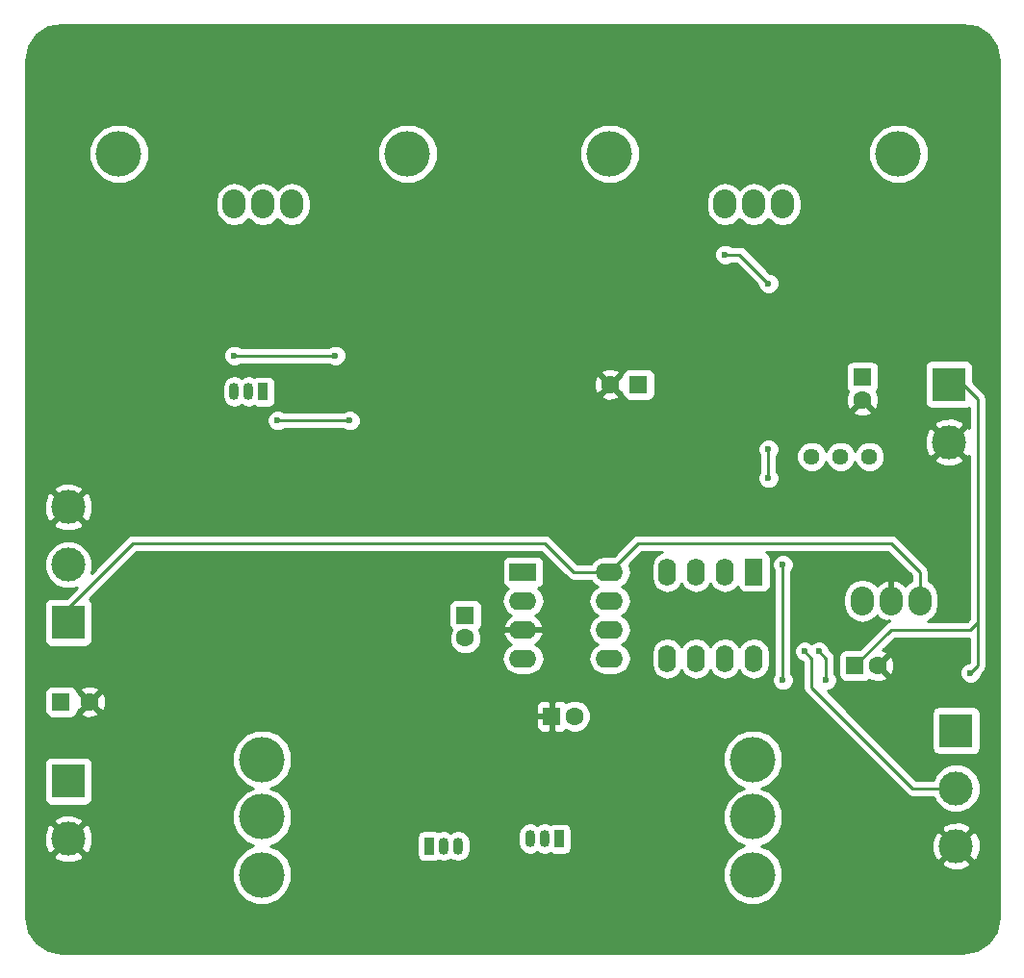
<source format=gbl>
G04 #@! TF.FileFunction,Copper,L2,Bot,Signal*
%FSLAX46Y46*%
G04 Gerber Fmt 4.6, Leading zero omitted, Abs format (unit mm)*
G04 Created by KiCad (PCBNEW 4.0.5) date Sat Mar 18 13:09:48 2017*
%MOMM*%
%LPD*%
G01*
G04 APERTURE LIST*
%ADD10C,0.100000*%
%ADD11R,1.600000X1.600000*%
%ADD12C,1.600000*%
%ADD13C,4.000000*%
%ADD14R,3.000000X3.000000*%
%ADD15C,3.000000*%
%ADD16C,1.440000*%
%ADD17R,1.600000X2.400000*%
%ADD18O,1.600000X2.400000*%
%ADD19O,2.032000X2.540000*%
%ADD20O,0.899160X1.501140*%
%ADD21R,0.899160X1.501140*%
%ADD22R,2.400000X1.600000*%
%ADD23O,2.400000X1.600000*%
%ADD24C,0.600000*%
%ADD25C,0.250000*%
%ADD26C,0.254000*%
G04 APERTURE END LIST*
D10*
D11*
X202565000Y-90805000D03*
D12*
X202565000Y-92805000D03*
D11*
X132080000Y-119380000D03*
D12*
X134580000Y-119380000D03*
D11*
X182880000Y-91440000D03*
D12*
X180380000Y-91440000D03*
D11*
X167640000Y-111760000D03*
D12*
X167640000Y-113760000D03*
D11*
X175260000Y-120650000D03*
D12*
X177260000Y-120650000D03*
D11*
X201930000Y-116205000D03*
D12*
X203930000Y-116205000D03*
D13*
X180340000Y-71120000D03*
X205740000Y-71120000D03*
X137160000Y-71120000D03*
X162560000Y-71120000D03*
D14*
X210185000Y-91440000D03*
D15*
X210185000Y-96520000D03*
D14*
X132715000Y-126365000D03*
D15*
X132715000Y-131445000D03*
D14*
X132715000Y-112395000D03*
D15*
X132715000Y-107315000D03*
X132715000Y-102235000D03*
D14*
X210820000Y-121920000D03*
D15*
X210820000Y-127000000D03*
X210820000Y-132080000D03*
D16*
X198120000Y-97790000D03*
X200660000Y-97790000D03*
X203200000Y-97790000D03*
D13*
X192925000Y-134610000D03*
X192935000Y-129520000D03*
X192945000Y-124460000D03*
X149745000Y-134610000D03*
X149755000Y-129520000D03*
X149765000Y-124460000D03*
D17*
X193040000Y-107950000D03*
D18*
X185420000Y-115570000D03*
X190500000Y-107950000D03*
X187960000Y-115570000D03*
X187960000Y-107950000D03*
X190500000Y-115570000D03*
X185420000Y-107950000D03*
X193040000Y-115570000D03*
D19*
X193040000Y-75565000D03*
X195580000Y-75565000D03*
X190500000Y-75565000D03*
X149860000Y-75565000D03*
X152400000Y-75565000D03*
X147320000Y-75565000D03*
D20*
X148590000Y-92075000D03*
X147320000Y-92075000D03*
D21*
X149860000Y-92075000D03*
D20*
X174625000Y-131445000D03*
X173355000Y-131445000D03*
D21*
X175895000Y-131445000D03*
D20*
X165735000Y-132080000D03*
X167005000Y-132080000D03*
D21*
X164465000Y-132080000D03*
D22*
X172720000Y-107950000D03*
D23*
X180340000Y-115570000D03*
X172720000Y-110490000D03*
X180340000Y-113030000D03*
X172720000Y-113030000D03*
X180340000Y-110490000D03*
X172720000Y-115570000D03*
X180340000Y-107950000D03*
D19*
X205105000Y-110490000D03*
X207645000Y-110490000D03*
X202565000Y-110490000D03*
D24*
X212090000Y-116840000D03*
X156210000Y-88900000D03*
X147320000Y-88900000D03*
X151130000Y-94615000D03*
X157480000Y-94615000D03*
X199390000Y-117475000D03*
X198755000Y-114935000D03*
X197485000Y-114935000D03*
X195580000Y-117475000D03*
X195580000Y-107315000D03*
X194310000Y-99695000D03*
X194310000Y-97155000D03*
X190500000Y-80010000D03*
X194310000Y-82550000D03*
D25*
X212725000Y-116205000D02*
X212725000Y-112395000D01*
X212090000Y-116840000D02*
X212725000Y-116205000D01*
X210185000Y-91440000D02*
X211455000Y-91440000D01*
X211455000Y-91440000D02*
X212725000Y-92710000D01*
X205105000Y-113030000D02*
X201930000Y-116205000D01*
X212090000Y-113030000D02*
X205105000Y-113030000D01*
X212725000Y-112395000D02*
X212090000Y-113030000D01*
X212725000Y-92710000D02*
X212725000Y-112395000D01*
X156210000Y-88900000D02*
X147320000Y-88900000D01*
X157480000Y-94615000D02*
X151130000Y-94615000D01*
X180340000Y-107950000D02*
X177165000Y-107950000D01*
X138430000Y-105410000D02*
X132715000Y-111125000D01*
X174625000Y-105410000D02*
X138430000Y-105410000D01*
X177165000Y-107950000D02*
X174625000Y-105410000D01*
X132715000Y-111125000D02*
X132715000Y-112395000D01*
X207645000Y-110490000D02*
X207645000Y-107950000D01*
X207645000Y-107950000D02*
X205105000Y-105410000D01*
X205105000Y-105410000D02*
X182880000Y-105410000D01*
X182880000Y-105410000D02*
X180340000Y-107950000D01*
X199390000Y-115570000D02*
X199390000Y-117475000D01*
X198755000Y-114935000D02*
X199390000Y-115570000D01*
X207010000Y-127000000D02*
X210820000Y-127000000D01*
X198120000Y-118110000D02*
X207010000Y-127000000D01*
X198120000Y-115570000D02*
X198120000Y-118110000D01*
X197485000Y-114935000D02*
X198120000Y-115570000D01*
X195580000Y-107315000D02*
X195580000Y-117475000D01*
X194310000Y-97155000D02*
X194310000Y-99695000D01*
X191770000Y-80010000D02*
X190500000Y-80010000D01*
X194310000Y-82550000D02*
X191770000Y-80010000D01*
D26*
G36*
X212635995Y-60013824D02*
X213637196Y-60682804D01*
X214306175Y-61684005D01*
X214555000Y-62934931D01*
X214555000Y-138360069D01*
X214306175Y-139610995D01*
X213637196Y-140612196D01*
X212635995Y-141281176D01*
X211385069Y-141530000D01*
X132149931Y-141530000D01*
X130899005Y-141281175D01*
X129897804Y-140612196D01*
X129228824Y-139610995D01*
X128980000Y-138360069D01*
X128980000Y-135131834D01*
X147109543Y-135131834D01*
X147509853Y-136100658D01*
X148250443Y-136842542D01*
X149218567Y-137244542D01*
X150266834Y-137245457D01*
X151235658Y-136845147D01*
X151977542Y-136104557D01*
X152379542Y-135136433D01*
X152379546Y-135131834D01*
X190289543Y-135131834D01*
X190689853Y-136100658D01*
X191430443Y-136842542D01*
X192398567Y-137244542D01*
X193446834Y-137245457D01*
X194415658Y-136845147D01*
X195157542Y-136104557D01*
X195559542Y-135136433D01*
X195560457Y-134088166D01*
X195356260Y-133593970D01*
X209485635Y-133593970D01*
X209645418Y-133912739D01*
X210436187Y-134222723D01*
X211285387Y-134206497D01*
X211994582Y-133912739D01*
X212154365Y-133593970D01*
X210820000Y-132259605D01*
X209485635Y-133593970D01*
X195356260Y-133593970D01*
X195160147Y-133119342D01*
X194419557Y-132377458D01*
X193671405Y-132066798D01*
X194425658Y-131755147D01*
X194484721Y-131696187D01*
X208677277Y-131696187D01*
X208693503Y-132545387D01*
X208987261Y-133254582D01*
X209306030Y-133414365D01*
X210640395Y-132080000D01*
X210999605Y-132080000D01*
X212333970Y-133414365D01*
X212652739Y-133254582D01*
X212962723Y-132463813D01*
X212946497Y-131614613D01*
X212652739Y-130905418D01*
X212333970Y-130745635D01*
X210999605Y-132080000D01*
X210640395Y-132080000D01*
X209306030Y-130745635D01*
X208987261Y-130905418D01*
X208677277Y-131696187D01*
X194484721Y-131696187D01*
X195167542Y-131014557D01*
X195353786Y-130566030D01*
X209485635Y-130566030D01*
X210820000Y-131900395D01*
X212154365Y-130566030D01*
X211994582Y-130247261D01*
X211203813Y-129937277D01*
X210354613Y-129953503D01*
X209645418Y-130247261D01*
X209485635Y-130566030D01*
X195353786Y-130566030D01*
X195569542Y-130046433D01*
X195570457Y-128998166D01*
X195170147Y-128029342D01*
X194429557Y-127287458D01*
X193717618Y-126991835D01*
X194435658Y-126695147D01*
X195177542Y-125954557D01*
X195579542Y-124986433D01*
X195580457Y-123938166D01*
X195180147Y-122969342D01*
X194439557Y-122227458D01*
X193471433Y-121825458D01*
X192423166Y-121824543D01*
X191454342Y-122224853D01*
X190712458Y-122965443D01*
X190310458Y-123933567D01*
X190309543Y-124981834D01*
X190709853Y-125950658D01*
X191450443Y-126692542D01*
X192162382Y-126988165D01*
X191444342Y-127284853D01*
X190702458Y-128025443D01*
X190300458Y-128993567D01*
X190299543Y-130041834D01*
X190699853Y-131010658D01*
X191440443Y-131752542D01*
X192188595Y-132063202D01*
X191434342Y-132374853D01*
X190692458Y-133115443D01*
X190290458Y-134083567D01*
X190289543Y-135131834D01*
X152379546Y-135131834D01*
X152380457Y-134088166D01*
X151980147Y-133119342D01*
X151239557Y-132377458D01*
X150491405Y-132066798D01*
X151245658Y-131755147D01*
X151672118Y-131329430D01*
X163367980Y-131329430D01*
X163367980Y-132830570D01*
X163412258Y-133065887D01*
X163551330Y-133282011D01*
X163763530Y-133427001D01*
X164015420Y-133478010D01*
X164914580Y-133478010D01*
X165149897Y-133433732D01*
X165254498Y-133366423D01*
X165319949Y-133410156D01*
X165735000Y-133492715D01*
X166150051Y-133410156D01*
X166370000Y-133263191D01*
X166589949Y-133410156D01*
X167005000Y-133492715D01*
X167420051Y-133410156D01*
X167771914Y-133175049D01*
X168007021Y-132823186D01*
X168089580Y-132408135D01*
X168089580Y-131751865D01*
X168007021Y-131336814D01*
X167860056Y-131116865D01*
X172270420Y-131116865D01*
X172270420Y-131773135D01*
X172352979Y-132188186D01*
X172588086Y-132540049D01*
X172939949Y-132775156D01*
X173355000Y-132857715D01*
X173770051Y-132775156D01*
X173990000Y-132628191D01*
X174209949Y-132775156D01*
X174625000Y-132857715D01*
X175040051Y-132775156D01*
X175105183Y-132731636D01*
X175193530Y-132792001D01*
X175445420Y-132843010D01*
X176344580Y-132843010D01*
X176579897Y-132798732D01*
X176796021Y-132659660D01*
X176941011Y-132447460D01*
X176992020Y-132195570D01*
X176992020Y-130694430D01*
X176947742Y-130459113D01*
X176808670Y-130242989D01*
X176596470Y-130097999D01*
X176344580Y-130046990D01*
X175445420Y-130046990D01*
X175210103Y-130091268D01*
X175105502Y-130158577D01*
X175040051Y-130114844D01*
X174625000Y-130032285D01*
X174209949Y-130114844D01*
X173990000Y-130261809D01*
X173770051Y-130114844D01*
X173355000Y-130032285D01*
X172939949Y-130114844D01*
X172588086Y-130349951D01*
X172352979Y-130701814D01*
X172270420Y-131116865D01*
X167860056Y-131116865D01*
X167771914Y-130984951D01*
X167420051Y-130749844D01*
X167005000Y-130667285D01*
X166589949Y-130749844D01*
X166370000Y-130896809D01*
X166150051Y-130749844D01*
X165735000Y-130667285D01*
X165319949Y-130749844D01*
X165254817Y-130793364D01*
X165166470Y-130732999D01*
X164914580Y-130681990D01*
X164015420Y-130681990D01*
X163780103Y-130726268D01*
X163563979Y-130865340D01*
X163418989Y-131077540D01*
X163367980Y-131329430D01*
X151672118Y-131329430D01*
X151987542Y-131014557D01*
X152389542Y-130046433D01*
X152390457Y-128998166D01*
X151990147Y-128029342D01*
X151249557Y-127287458D01*
X150537618Y-126991835D01*
X151255658Y-126695147D01*
X151997542Y-125954557D01*
X152399542Y-124986433D01*
X152400457Y-123938166D01*
X152000147Y-122969342D01*
X151259557Y-122227458D01*
X150291433Y-121825458D01*
X149243166Y-121824543D01*
X148274342Y-122224853D01*
X147532458Y-122965443D01*
X147130458Y-123933567D01*
X147129543Y-124981834D01*
X147529853Y-125950658D01*
X148270443Y-126692542D01*
X148982382Y-126988165D01*
X148264342Y-127284853D01*
X147522458Y-128025443D01*
X147120458Y-128993567D01*
X147119543Y-130041834D01*
X147519853Y-131010658D01*
X148260443Y-131752542D01*
X149008595Y-132063202D01*
X148254342Y-132374853D01*
X147512458Y-133115443D01*
X147110458Y-134083567D01*
X147109543Y-135131834D01*
X128980000Y-135131834D01*
X128980000Y-132958970D01*
X131380635Y-132958970D01*
X131540418Y-133277739D01*
X132331187Y-133587723D01*
X133180387Y-133571497D01*
X133889582Y-133277739D01*
X134049365Y-132958970D01*
X132715000Y-131624605D01*
X131380635Y-132958970D01*
X128980000Y-132958970D01*
X128980000Y-131061187D01*
X130572277Y-131061187D01*
X130588503Y-131910387D01*
X130882261Y-132619582D01*
X131201030Y-132779365D01*
X132535395Y-131445000D01*
X132894605Y-131445000D01*
X134228970Y-132779365D01*
X134547739Y-132619582D01*
X134857723Y-131828813D01*
X134841497Y-130979613D01*
X134547739Y-130270418D01*
X134228970Y-130110635D01*
X132894605Y-131445000D01*
X132535395Y-131445000D01*
X131201030Y-130110635D01*
X130882261Y-130270418D01*
X130572277Y-131061187D01*
X128980000Y-131061187D01*
X128980000Y-129931030D01*
X131380635Y-129931030D01*
X132715000Y-131265395D01*
X134049365Y-129931030D01*
X133889582Y-129612261D01*
X133098813Y-129302277D01*
X132249613Y-129318503D01*
X131540418Y-129612261D01*
X131380635Y-129931030D01*
X128980000Y-129931030D01*
X128980000Y-124865000D01*
X130567560Y-124865000D01*
X130567560Y-127865000D01*
X130611838Y-128100317D01*
X130750910Y-128316441D01*
X130963110Y-128461431D01*
X131215000Y-128512440D01*
X134215000Y-128512440D01*
X134450317Y-128468162D01*
X134666441Y-128329090D01*
X134811431Y-128116890D01*
X134862440Y-127865000D01*
X134862440Y-124865000D01*
X134818162Y-124629683D01*
X134679090Y-124413559D01*
X134466890Y-124268569D01*
X134215000Y-124217560D01*
X131215000Y-124217560D01*
X130979683Y-124261838D01*
X130763559Y-124400910D01*
X130618569Y-124613110D01*
X130567560Y-124865000D01*
X128980000Y-124865000D01*
X128980000Y-120935750D01*
X173825000Y-120935750D01*
X173825000Y-121576310D01*
X173921673Y-121809699D01*
X174100302Y-121988327D01*
X174333691Y-122085000D01*
X174974250Y-122085000D01*
X175133000Y-121926250D01*
X175133000Y-120777000D01*
X173983750Y-120777000D01*
X173825000Y-120935750D01*
X128980000Y-120935750D01*
X128980000Y-118580000D01*
X130632560Y-118580000D01*
X130632560Y-120180000D01*
X130676838Y-120415317D01*
X130815910Y-120631441D01*
X131028110Y-120776431D01*
X131280000Y-120827440D01*
X132880000Y-120827440D01*
X133115317Y-120783162D01*
X133331441Y-120644090D01*
X133476431Y-120431890D01*
X133485370Y-120387745D01*
X133751861Y-120387745D01*
X133825995Y-120633864D01*
X134363223Y-120826965D01*
X134933454Y-120799778D01*
X135334005Y-120633864D01*
X135408139Y-120387745D01*
X134580000Y-119559605D01*
X133751861Y-120387745D01*
X133485370Y-120387745D01*
X133524646Y-120193799D01*
X133572255Y-120208139D01*
X134400395Y-119380000D01*
X134759605Y-119380000D01*
X135587745Y-120208139D01*
X135833864Y-120134005D01*
X135981347Y-119723690D01*
X173825000Y-119723690D01*
X173825000Y-120364250D01*
X173983750Y-120523000D01*
X175133000Y-120523000D01*
X175133000Y-119373750D01*
X175387000Y-119373750D01*
X175387000Y-120523000D01*
X175407000Y-120523000D01*
X175407000Y-120777000D01*
X175387000Y-120777000D01*
X175387000Y-121926250D01*
X175545750Y-122085000D01*
X176186309Y-122085000D01*
X176419698Y-121988327D01*
X176513998Y-121894027D01*
X176973309Y-122084750D01*
X177544187Y-122085248D01*
X178071800Y-121867243D01*
X178475824Y-121463923D01*
X178694750Y-120936691D01*
X178695248Y-120365813D01*
X178477243Y-119838200D01*
X178073923Y-119434176D01*
X177546691Y-119215250D01*
X176975813Y-119214752D01*
X176513713Y-119405688D01*
X176419698Y-119311673D01*
X176186309Y-119215000D01*
X175545750Y-119215000D01*
X175387000Y-119373750D01*
X175133000Y-119373750D01*
X174974250Y-119215000D01*
X174333691Y-119215000D01*
X174100302Y-119311673D01*
X173921673Y-119490301D01*
X173825000Y-119723690D01*
X135981347Y-119723690D01*
X136026965Y-119596777D01*
X135999778Y-119026546D01*
X135833864Y-118625995D01*
X135587745Y-118551861D01*
X134759605Y-119380000D01*
X134400395Y-119380000D01*
X133572255Y-118551861D01*
X133524833Y-118566145D01*
X133488351Y-118372255D01*
X133751861Y-118372255D01*
X134580000Y-119200395D01*
X135408139Y-118372255D01*
X135334005Y-118126136D01*
X134796777Y-117933035D01*
X134226546Y-117960222D01*
X133825995Y-118126136D01*
X133751861Y-118372255D01*
X133488351Y-118372255D01*
X133483162Y-118344683D01*
X133344090Y-118128559D01*
X133131890Y-117983569D01*
X132880000Y-117932560D01*
X131280000Y-117932560D01*
X131044683Y-117976838D01*
X130828559Y-118115910D01*
X130683569Y-118328110D01*
X130632560Y-118580000D01*
X128980000Y-118580000D01*
X128980000Y-115570000D01*
X170849050Y-115570000D01*
X170958283Y-116119151D01*
X171269352Y-116584698D01*
X171734899Y-116895767D01*
X172284050Y-117005000D01*
X173155950Y-117005000D01*
X173705101Y-116895767D01*
X174170648Y-116584698D01*
X174481717Y-116119151D01*
X174590950Y-115570000D01*
X174481717Y-115020849D01*
X174170648Y-114555302D01*
X173792293Y-114302493D01*
X174224500Y-113954896D01*
X174494367Y-113461819D01*
X174511904Y-113379039D01*
X174389915Y-113157000D01*
X172847000Y-113157000D01*
X172847000Y-113177000D01*
X172593000Y-113177000D01*
X172593000Y-113157000D01*
X171050085Y-113157000D01*
X170928096Y-113379039D01*
X170945633Y-113461819D01*
X171215500Y-113954896D01*
X171647707Y-114302493D01*
X171269352Y-114555302D01*
X170958283Y-115020849D01*
X170849050Y-115570000D01*
X128980000Y-115570000D01*
X128980000Y-110895000D01*
X130567560Y-110895000D01*
X130567560Y-113895000D01*
X130611838Y-114130317D01*
X130750910Y-114346441D01*
X130963110Y-114491431D01*
X131215000Y-114542440D01*
X134215000Y-114542440D01*
X134450317Y-114498162D01*
X134666441Y-114359090D01*
X134811431Y-114146890D01*
X134862440Y-113895000D01*
X134862440Y-110960000D01*
X166192560Y-110960000D01*
X166192560Y-112560000D01*
X166236838Y-112795317D01*
X166375910Y-113011441D01*
X166392366Y-113022685D01*
X166205250Y-113473309D01*
X166204752Y-114044187D01*
X166422757Y-114571800D01*
X166826077Y-114975824D01*
X167353309Y-115194750D01*
X167924187Y-115195248D01*
X168451800Y-114977243D01*
X168855824Y-114573923D01*
X169074750Y-114046691D01*
X169075248Y-113475813D01*
X168889197Y-113025534D01*
X168891441Y-113024090D01*
X169036431Y-112811890D01*
X169087440Y-112560000D01*
X169087440Y-110960000D01*
X169043162Y-110724683D01*
X168904090Y-110508559D01*
X168876928Y-110490000D01*
X170849050Y-110490000D01*
X170958283Y-111039151D01*
X171269352Y-111504698D01*
X171647707Y-111757507D01*
X171215500Y-112105104D01*
X170945633Y-112598181D01*
X170928096Y-112680961D01*
X171050085Y-112903000D01*
X172593000Y-112903000D01*
X172593000Y-112883000D01*
X172847000Y-112883000D01*
X172847000Y-112903000D01*
X174389915Y-112903000D01*
X174511904Y-112680961D01*
X174494367Y-112598181D01*
X174224500Y-112105104D01*
X173792293Y-111757507D01*
X174170648Y-111504698D01*
X174481717Y-111039151D01*
X174590950Y-110490000D01*
X174481717Y-109940849D01*
X174170648Y-109475302D01*
X174024650Y-109377749D01*
X174155317Y-109353162D01*
X174371441Y-109214090D01*
X174516431Y-109001890D01*
X174567440Y-108750000D01*
X174567440Y-107150000D01*
X174523162Y-106914683D01*
X174384090Y-106698559D01*
X174171890Y-106553569D01*
X173920000Y-106502560D01*
X171520000Y-106502560D01*
X171284683Y-106546838D01*
X171068559Y-106685910D01*
X170923569Y-106898110D01*
X170872560Y-107150000D01*
X170872560Y-108750000D01*
X170916838Y-108985317D01*
X171055910Y-109201441D01*
X171268110Y-109346431D01*
X171417074Y-109376597D01*
X171269352Y-109475302D01*
X170958283Y-109940849D01*
X170849050Y-110490000D01*
X168876928Y-110490000D01*
X168691890Y-110363569D01*
X168440000Y-110312560D01*
X166840000Y-110312560D01*
X166604683Y-110356838D01*
X166388559Y-110495910D01*
X166243569Y-110708110D01*
X166192560Y-110960000D01*
X134862440Y-110960000D01*
X134862440Y-110895000D01*
X134818162Y-110659683D01*
X134679090Y-110443559D01*
X134555612Y-110359190D01*
X138744803Y-106170000D01*
X174310198Y-106170000D01*
X176627599Y-108487401D01*
X176874160Y-108652148D01*
X176922414Y-108661746D01*
X177165000Y-108710000D01*
X178719168Y-108710000D01*
X178889352Y-108964698D01*
X179271438Y-109220000D01*
X178889352Y-109475302D01*
X178578283Y-109940849D01*
X178469050Y-110490000D01*
X178578283Y-111039151D01*
X178889352Y-111504698D01*
X179271438Y-111760000D01*
X178889352Y-112015302D01*
X178578283Y-112480849D01*
X178469050Y-113030000D01*
X178578283Y-113579151D01*
X178889352Y-114044698D01*
X179271438Y-114300000D01*
X178889352Y-114555302D01*
X178578283Y-115020849D01*
X178469050Y-115570000D01*
X178578283Y-116119151D01*
X178889352Y-116584698D01*
X179354899Y-116895767D01*
X179904050Y-117005000D01*
X180775950Y-117005000D01*
X181325101Y-116895767D01*
X181790648Y-116584698D01*
X182101717Y-116119151D01*
X182210950Y-115570000D01*
X182124235Y-115134050D01*
X183985000Y-115134050D01*
X183985000Y-116005950D01*
X184094233Y-116555101D01*
X184405302Y-117020648D01*
X184870849Y-117331717D01*
X185420000Y-117440950D01*
X185969151Y-117331717D01*
X186434698Y-117020648D01*
X186690000Y-116638562D01*
X186945302Y-117020648D01*
X187410849Y-117331717D01*
X187960000Y-117440950D01*
X188509151Y-117331717D01*
X188974698Y-117020648D01*
X189230000Y-116638562D01*
X189485302Y-117020648D01*
X189950849Y-117331717D01*
X190500000Y-117440950D01*
X191049151Y-117331717D01*
X191514698Y-117020648D01*
X191770000Y-116638562D01*
X192025302Y-117020648D01*
X192490849Y-117331717D01*
X193040000Y-117440950D01*
X193589151Y-117331717D01*
X194054698Y-117020648D01*
X194365767Y-116555101D01*
X194475000Y-116005950D01*
X194475000Y-115134050D01*
X194365767Y-114584899D01*
X194054698Y-114119352D01*
X193589151Y-113808283D01*
X193040000Y-113699050D01*
X192490849Y-113808283D01*
X192025302Y-114119352D01*
X191770000Y-114501438D01*
X191514698Y-114119352D01*
X191049151Y-113808283D01*
X190500000Y-113699050D01*
X189950849Y-113808283D01*
X189485302Y-114119352D01*
X189230000Y-114501438D01*
X188974698Y-114119352D01*
X188509151Y-113808283D01*
X187960000Y-113699050D01*
X187410849Y-113808283D01*
X186945302Y-114119352D01*
X186690000Y-114501438D01*
X186434698Y-114119352D01*
X185969151Y-113808283D01*
X185420000Y-113699050D01*
X184870849Y-113808283D01*
X184405302Y-114119352D01*
X184094233Y-114584899D01*
X183985000Y-115134050D01*
X182124235Y-115134050D01*
X182101717Y-115020849D01*
X181790648Y-114555302D01*
X181408562Y-114300000D01*
X181790648Y-114044698D01*
X182101717Y-113579151D01*
X182210950Y-113030000D01*
X182101717Y-112480849D01*
X181790648Y-112015302D01*
X181408562Y-111760000D01*
X181790648Y-111504698D01*
X182101717Y-111039151D01*
X182210950Y-110490000D01*
X182101717Y-109940849D01*
X181790648Y-109475302D01*
X181408562Y-109220000D01*
X181790648Y-108964698D01*
X182101717Y-108499151D01*
X182210950Y-107950000D01*
X182101717Y-107400849D01*
X182046536Y-107318266D01*
X183194802Y-106170000D01*
X184962764Y-106170000D01*
X184870849Y-106188283D01*
X184405302Y-106499352D01*
X184094233Y-106964899D01*
X183985000Y-107514050D01*
X183985000Y-108385950D01*
X184094233Y-108935101D01*
X184405302Y-109400648D01*
X184870849Y-109711717D01*
X185420000Y-109820950D01*
X185969151Y-109711717D01*
X186434698Y-109400648D01*
X186690000Y-109018562D01*
X186945302Y-109400648D01*
X187410849Y-109711717D01*
X187960000Y-109820950D01*
X188509151Y-109711717D01*
X188974698Y-109400648D01*
X189230000Y-109018562D01*
X189485302Y-109400648D01*
X189950849Y-109711717D01*
X190500000Y-109820950D01*
X191049151Y-109711717D01*
X191514698Y-109400648D01*
X191612251Y-109254650D01*
X191636838Y-109385317D01*
X191775910Y-109601441D01*
X191988110Y-109746431D01*
X192240000Y-109797440D01*
X193840000Y-109797440D01*
X194075317Y-109753162D01*
X194291441Y-109614090D01*
X194436431Y-109401890D01*
X194487440Y-109150000D01*
X194487440Y-107500167D01*
X194644838Y-107500167D01*
X194786883Y-107843943D01*
X194820000Y-107877118D01*
X194820000Y-116912537D01*
X194787808Y-116944673D01*
X194645162Y-117288201D01*
X194644838Y-117660167D01*
X194786883Y-118003943D01*
X195049673Y-118267192D01*
X195393201Y-118409838D01*
X195765167Y-118410162D01*
X196108943Y-118268117D01*
X196372192Y-118005327D01*
X196514838Y-117661799D01*
X196515162Y-117289833D01*
X196373117Y-116946057D01*
X196340000Y-116912882D01*
X196340000Y-115120167D01*
X196549838Y-115120167D01*
X196691883Y-115463943D01*
X196954673Y-115727192D01*
X197298201Y-115869838D01*
X197345077Y-115869879D01*
X197360000Y-115884802D01*
X197360000Y-118110000D01*
X197417852Y-118400839D01*
X197582599Y-118647401D01*
X206472599Y-127537401D01*
X206719161Y-127702148D01*
X207010000Y-127760000D01*
X208823952Y-127760000D01*
X209008980Y-128207800D01*
X209609041Y-128808909D01*
X210393459Y-129134628D01*
X211242815Y-129135370D01*
X212027800Y-128811020D01*
X212628909Y-128210959D01*
X212954628Y-127426541D01*
X212955370Y-126577185D01*
X212631020Y-125792200D01*
X212030959Y-125191091D01*
X211246541Y-124865372D01*
X210397185Y-124864630D01*
X209612200Y-125188980D01*
X209011091Y-125789041D01*
X208823836Y-126240000D01*
X207324802Y-126240000D01*
X201504802Y-120420000D01*
X208672560Y-120420000D01*
X208672560Y-123420000D01*
X208716838Y-123655317D01*
X208855910Y-123871441D01*
X209068110Y-124016431D01*
X209320000Y-124067440D01*
X212320000Y-124067440D01*
X212555317Y-124023162D01*
X212771441Y-123884090D01*
X212916431Y-123671890D01*
X212967440Y-123420000D01*
X212967440Y-120420000D01*
X212923162Y-120184683D01*
X212784090Y-119968559D01*
X212571890Y-119823569D01*
X212320000Y-119772560D01*
X209320000Y-119772560D01*
X209084683Y-119816838D01*
X208868559Y-119955910D01*
X208723569Y-120168110D01*
X208672560Y-120420000D01*
X201504802Y-120420000D01*
X199494894Y-118410092D01*
X199575167Y-118410162D01*
X199918943Y-118268117D01*
X200182192Y-118005327D01*
X200324838Y-117661799D01*
X200325162Y-117289833D01*
X200183117Y-116946057D01*
X200150000Y-116912882D01*
X200150000Y-115570000D01*
X200092148Y-115279161D01*
X199927401Y-115032599D01*
X199690122Y-114795320D01*
X199690162Y-114749833D01*
X199548117Y-114406057D01*
X199285327Y-114142808D01*
X198941799Y-114000162D01*
X198569833Y-113999838D01*
X198226057Y-114141883D01*
X198120046Y-114247710D01*
X198015327Y-114142808D01*
X197671799Y-114000162D01*
X197299833Y-113999838D01*
X196956057Y-114141883D01*
X196692808Y-114404673D01*
X196550162Y-114748201D01*
X196549838Y-115120167D01*
X196340000Y-115120167D01*
X196340000Y-107877463D01*
X196372192Y-107845327D01*
X196514838Y-107501799D01*
X196515162Y-107129833D01*
X196373117Y-106786057D01*
X196110327Y-106522808D01*
X195766799Y-106380162D01*
X195394833Y-106379838D01*
X195051057Y-106521883D01*
X194787808Y-106784673D01*
X194645162Y-107128201D01*
X194644838Y-107500167D01*
X194487440Y-107500167D01*
X194487440Y-106750000D01*
X194443162Y-106514683D01*
X194304090Y-106298559D01*
X194115938Y-106170000D01*
X204790198Y-106170000D01*
X206885000Y-108264802D01*
X206885000Y-108759008D01*
X206477567Y-109031246D01*
X206360946Y-109205781D01*
X206182630Y-108978764D01*
X205619477Y-108662074D01*
X205487944Y-108630025D01*
X205232000Y-108749164D01*
X205232000Y-110363000D01*
X205252000Y-110363000D01*
X205252000Y-110617000D01*
X205232000Y-110617000D01*
X205232000Y-110637000D01*
X204978000Y-110637000D01*
X204978000Y-110617000D01*
X204958000Y-110617000D01*
X204958000Y-110363000D01*
X204978000Y-110363000D01*
X204978000Y-108749164D01*
X204722056Y-108630025D01*
X204590523Y-108662074D01*
X204027370Y-108978764D01*
X203849054Y-109205781D01*
X203732433Y-109031246D01*
X203196810Y-108673354D01*
X202565000Y-108547679D01*
X201933190Y-108673354D01*
X201397567Y-109031246D01*
X201039675Y-109566869D01*
X200914000Y-110198679D01*
X200914000Y-110781321D01*
X201039675Y-111413131D01*
X201397567Y-111948754D01*
X201933190Y-112306646D01*
X202565000Y-112432321D01*
X203196810Y-112306646D01*
X203732433Y-111948754D01*
X203849054Y-111774219D01*
X204027370Y-112001236D01*
X204590523Y-112317926D01*
X204722056Y-112349975D01*
X204977998Y-112230837D01*
X204977998Y-112295262D01*
X204814161Y-112327852D01*
X204567599Y-112492599D01*
X202302638Y-114757560D01*
X201130000Y-114757560D01*
X200894683Y-114801838D01*
X200678559Y-114940910D01*
X200533569Y-115153110D01*
X200482560Y-115405000D01*
X200482560Y-117005000D01*
X200526838Y-117240317D01*
X200665910Y-117456441D01*
X200878110Y-117601431D01*
X201130000Y-117652440D01*
X202730000Y-117652440D01*
X202965317Y-117608162D01*
X203181441Y-117469090D01*
X203185977Y-117462452D01*
X203713223Y-117651965D01*
X204283454Y-117624778D01*
X204684005Y-117458864D01*
X204758139Y-117212745D01*
X203930000Y-116384605D01*
X203915858Y-116398748D01*
X203736253Y-116219143D01*
X203750395Y-116205000D01*
X204109605Y-116205000D01*
X204937745Y-117033139D01*
X205183864Y-116959005D01*
X205376965Y-116421777D01*
X205349778Y-115851546D01*
X205183864Y-115450995D01*
X204937745Y-115376861D01*
X204109605Y-116205000D01*
X203750395Y-116205000D01*
X203736252Y-116190858D01*
X203915858Y-116011252D01*
X203930000Y-116025395D01*
X204758139Y-115197255D01*
X204684005Y-114951136D01*
X204371127Y-114838675D01*
X205419802Y-113790000D01*
X211965000Y-113790000D01*
X211965000Y-115890198D01*
X211950320Y-115904878D01*
X211904833Y-115904838D01*
X211561057Y-116046883D01*
X211297808Y-116309673D01*
X211155162Y-116653201D01*
X211154838Y-117025167D01*
X211296883Y-117368943D01*
X211559673Y-117632192D01*
X211903201Y-117774838D01*
X212275167Y-117775162D01*
X212618943Y-117633117D01*
X212882192Y-117370327D01*
X213024838Y-117026799D01*
X213024879Y-116979923D01*
X213262401Y-116742401D01*
X213427148Y-116495839D01*
X213485000Y-116205000D01*
X213485000Y-92710000D01*
X213427148Y-92419161D01*
X213427148Y-92419160D01*
X213262401Y-92172599D01*
X212332440Y-91242638D01*
X212332440Y-89940000D01*
X212288162Y-89704683D01*
X212149090Y-89488559D01*
X211936890Y-89343569D01*
X211685000Y-89292560D01*
X208685000Y-89292560D01*
X208449683Y-89336838D01*
X208233559Y-89475910D01*
X208088569Y-89688110D01*
X208037560Y-89940000D01*
X208037560Y-92940000D01*
X208081838Y-93175317D01*
X208220910Y-93391441D01*
X208433110Y-93536431D01*
X208685000Y-93587440D01*
X211685000Y-93587440D01*
X211920317Y-93543162D01*
X211965000Y-93514409D01*
X211965000Y-95318983D01*
X211698970Y-95185635D01*
X210364605Y-96520000D01*
X211698970Y-97854365D01*
X211965000Y-97721017D01*
X211965000Y-112080198D01*
X211775198Y-112270000D01*
X208331655Y-112270000D01*
X208812433Y-111948754D01*
X209170325Y-111413131D01*
X209296000Y-110781321D01*
X209296000Y-110198679D01*
X209170325Y-109566869D01*
X208812433Y-109031246D01*
X208405000Y-108759008D01*
X208405000Y-107950000D01*
X208347148Y-107659161D01*
X208347148Y-107659160D01*
X208182401Y-107412599D01*
X205642401Y-104872599D01*
X205395839Y-104707852D01*
X205105000Y-104650000D01*
X182880000Y-104650000D01*
X182637414Y-104698254D01*
X182589160Y-104707852D01*
X182342599Y-104872599D01*
X180700198Y-106515000D01*
X179904050Y-106515000D01*
X179354899Y-106624233D01*
X178889352Y-106935302D01*
X178719168Y-107190000D01*
X177479802Y-107190000D01*
X175162401Y-104872599D01*
X174915839Y-104707852D01*
X174625000Y-104650000D01*
X138430000Y-104650000D01*
X138139161Y-104707852D01*
X137892599Y-104872598D01*
X134726052Y-108039146D01*
X134849628Y-107741541D01*
X134850370Y-106892185D01*
X134526020Y-106107200D01*
X133925959Y-105506091D01*
X133141541Y-105180372D01*
X132292185Y-105179630D01*
X131507200Y-105503980D01*
X130906091Y-106104041D01*
X130580372Y-106888459D01*
X130579630Y-107737815D01*
X130903980Y-108522800D01*
X131504041Y-109123909D01*
X132288459Y-109449628D01*
X133137815Y-109450370D01*
X133439469Y-109325729D01*
X132517638Y-110247560D01*
X131215000Y-110247560D01*
X130979683Y-110291838D01*
X130763559Y-110430910D01*
X130618569Y-110643110D01*
X130567560Y-110895000D01*
X128980000Y-110895000D01*
X128980000Y-103748970D01*
X131380635Y-103748970D01*
X131540418Y-104067739D01*
X132331187Y-104377723D01*
X133180387Y-104361497D01*
X133889582Y-104067739D01*
X134049365Y-103748970D01*
X132715000Y-102414605D01*
X131380635Y-103748970D01*
X128980000Y-103748970D01*
X128980000Y-101851187D01*
X130572277Y-101851187D01*
X130588503Y-102700387D01*
X130882261Y-103409582D01*
X131201030Y-103569365D01*
X132535395Y-102235000D01*
X132894605Y-102235000D01*
X134228970Y-103569365D01*
X134547739Y-103409582D01*
X134857723Y-102618813D01*
X134841497Y-101769613D01*
X134547739Y-101060418D01*
X134228970Y-100900635D01*
X132894605Y-102235000D01*
X132535395Y-102235000D01*
X131201030Y-100900635D01*
X130882261Y-101060418D01*
X130572277Y-101851187D01*
X128980000Y-101851187D01*
X128980000Y-100721030D01*
X131380635Y-100721030D01*
X132715000Y-102055395D01*
X134049365Y-100721030D01*
X133889582Y-100402261D01*
X133098813Y-100092277D01*
X132249613Y-100108503D01*
X131540418Y-100402261D01*
X131380635Y-100721030D01*
X128980000Y-100721030D01*
X128980000Y-97340167D01*
X193374838Y-97340167D01*
X193516883Y-97683943D01*
X193550000Y-97717118D01*
X193550000Y-99132537D01*
X193517808Y-99164673D01*
X193375162Y-99508201D01*
X193374838Y-99880167D01*
X193516883Y-100223943D01*
X193779673Y-100487192D01*
X194123201Y-100629838D01*
X194495167Y-100630162D01*
X194838943Y-100488117D01*
X195102192Y-100225327D01*
X195244838Y-99881799D01*
X195245162Y-99509833D01*
X195103117Y-99166057D01*
X195070000Y-99132882D01*
X195070000Y-98058344D01*
X196764765Y-98058344D01*
X196970617Y-98556543D01*
X197351452Y-98938043D01*
X197849291Y-99144764D01*
X198388344Y-99145235D01*
X198886543Y-98939383D01*
X199268043Y-98558548D01*
X199390045Y-98264736D01*
X199510617Y-98556543D01*
X199891452Y-98938043D01*
X200389291Y-99144764D01*
X200928344Y-99145235D01*
X201426543Y-98939383D01*
X201808043Y-98558548D01*
X201930045Y-98264736D01*
X202050617Y-98556543D01*
X202431452Y-98938043D01*
X202929291Y-99144764D01*
X203468344Y-99145235D01*
X203966543Y-98939383D01*
X204348043Y-98558548D01*
X204554764Y-98060709D01*
X204554787Y-98033970D01*
X208850635Y-98033970D01*
X209010418Y-98352739D01*
X209801187Y-98662723D01*
X210650387Y-98646497D01*
X211359582Y-98352739D01*
X211519365Y-98033970D01*
X210185000Y-96699605D01*
X208850635Y-98033970D01*
X204554787Y-98033970D01*
X204555235Y-97521656D01*
X204349383Y-97023457D01*
X203968548Y-96641957D01*
X203470709Y-96435236D01*
X202931656Y-96434765D01*
X202433457Y-96640617D01*
X202051957Y-97021452D01*
X201929955Y-97315264D01*
X201809383Y-97023457D01*
X201428548Y-96641957D01*
X200930709Y-96435236D01*
X200391656Y-96434765D01*
X199893457Y-96640617D01*
X199511957Y-97021452D01*
X199389955Y-97315264D01*
X199269383Y-97023457D01*
X198888548Y-96641957D01*
X198390709Y-96435236D01*
X197851656Y-96434765D01*
X197353457Y-96640617D01*
X196971957Y-97021452D01*
X196765236Y-97519291D01*
X196764765Y-98058344D01*
X195070000Y-98058344D01*
X195070000Y-97717463D01*
X195102192Y-97685327D01*
X195244838Y-97341799D01*
X195245162Y-96969833D01*
X195103117Y-96626057D01*
X194840327Y-96362808D01*
X194496799Y-96220162D01*
X194124833Y-96219838D01*
X193781057Y-96361883D01*
X193517808Y-96624673D01*
X193375162Y-96968201D01*
X193374838Y-97340167D01*
X128980000Y-97340167D01*
X128980000Y-96136187D01*
X208042277Y-96136187D01*
X208058503Y-96985387D01*
X208352261Y-97694582D01*
X208671030Y-97854365D01*
X210005395Y-96520000D01*
X208671030Y-95185635D01*
X208352261Y-95345418D01*
X208042277Y-96136187D01*
X128980000Y-96136187D01*
X128980000Y-94800167D01*
X150194838Y-94800167D01*
X150336883Y-95143943D01*
X150599673Y-95407192D01*
X150943201Y-95549838D01*
X151315167Y-95550162D01*
X151658943Y-95408117D01*
X151692118Y-95375000D01*
X156917537Y-95375000D01*
X156949673Y-95407192D01*
X157293201Y-95549838D01*
X157665167Y-95550162D01*
X158008943Y-95408117D01*
X158272192Y-95145327D01*
X158330033Y-95006030D01*
X208850635Y-95006030D01*
X210185000Y-96340395D01*
X211519365Y-95006030D01*
X211359582Y-94687261D01*
X210568813Y-94377277D01*
X209719613Y-94393503D01*
X209010418Y-94687261D01*
X208850635Y-95006030D01*
X158330033Y-95006030D01*
X158414838Y-94801799D01*
X158415162Y-94429833D01*
X158273117Y-94086057D01*
X158010327Y-93822808D01*
X157986093Y-93812745D01*
X201736861Y-93812745D01*
X201810995Y-94058864D01*
X202348223Y-94251965D01*
X202918454Y-94224778D01*
X203319005Y-94058864D01*
X203393139Y-93812745D01*
X202565000Y-92984605D01*
X201736861Y-93812745D01*
X157986093Y-93812745D01*
X157666799Y-93680162D01*
X157294833Y-93679838D01*
X156951057Y-93821883D01*
X156917882Y-93855000D01*
X151692463Y-93855000D01*
X151660327Y-93822808D01*
X151316799Y-93680162D01*
X150944833Y-93679838D01*
X150601057Y-93821883D01*
X150337808Y-94084673D01*
X150195162Y-94428201D01*
X150194838Y-94800167D01*
X128980000Y-94800167D01*
X128980000Y-91746865D01*
X146235420Y-91746865D01*
X146235420Y-92403135D01*
X146317979Y-92818186D01*
X146553086Y-93170049D01*
X146904949Y-93405156D01*
X147320000Y-93487715D01*
X147735051Y-93405156D01*
X147955000Y-93258191D01*
X148174949Y-93405156D01*
X148590000Y-93487715D01*
X149005051Y-93405156D01*
X149070183Y-93361636D01*
X149158530Y-93422001D01*
X149410420Y-93473010D01*
X150309580Y-93473010D01*
X150544897Y-93428732D01*
X150761021Y-93289660D01*
X150906011Y-93077460D01*
X150957020Y-92825570D01*
X150957020Y-92447745D01*
X179551861Y-92447745D01*
X179625995Y-92693864D01*
X180163223Y-92886965D01*
X180733454Y-92859778D01*
X181134005Y-92693864D01*
X181208139Y-92447745D01*
X180380000Y-91619605D01*
X179551861Y-92447745D01*
X150957020Y-92447745D01*
X150957020Y-91324430D01*
X150937977Y-91223223D01*
X178933035Y-91223223D01*
X178960222Y-91793454D01*
X179126136Y-92194005D01*
X179372255Y-92268139D01*
X180200395Y-91440000D01*
X180559605Y-91440000D01*
X181387745Y-92268139D01*
X181435167Y-92253855D01*
X181476838Y-92475317D01*
X181615910Y-92691441D01*
X181828110Y-92836431D01*
X182080000Y-92887440D01*
X183680000Y-92887440D01*
X183915317Y-92843162D01*
X184131441Y-92704090D01*
X184276431Y-92491890D01*
X184327440Y-92240000D01*
X184327440Y-90640000D01*
X184283162Y-90404683D01*
X184144090Y-90188559D01*
X183931890Y-90043569D01*
X183741431Y-90005000D01*
X201117560Y-90005000D01*
X201117560Y-91605000D01*
X201161838Y-91840317D01*
X201300910Y-92056441D01*
X201307548Y-92060977D01*
X201118035Y-92588223D01*
X201145222Y-93158454D01*
X201311136Y-93559005D01*
X201557255Y-93633139D01*
X202385395Y-92805000D01*
X202371252Y-92790858D01*
X202550858Y-92611253D01*
X202565000Y-92625395D01*
X202579143Y-92611253D01*
X202758748Y-92790858D01*
X202744605Y-92805000D01*
X203572745Y-93633139D01*
X203818864Y-93559005D01*
X204011965Y-93021777D01*
X203984778Y-92451546D01*
X203822616Y-92060053D01*
X203961431Y-91856890D01*
X204012440Y-91605000D01*
X204012440Y-90005000D01*
X203968162Y-89769683D01*
X203829090Y-89553559D01*
X203616890Y-89408569D01*
X203365000Y-89357560D01*
X201765000Y-89357560D01*
X201529683Y-89401838D01*
X201313559Y-89540910D01*
X201168569Y-89753110D01*
X201117560Y-90005000D01*
X183741431Y-90005000D01*
X183680000Y-89992560D01*
X182080000Y-89992560D01*
X181844683Y-90036838D01*
X181628559Y-90175910D01*
X181483569Y-90388110D01*
X181435354Y-90626201D01*
X181387745Y-90611861D01*
X180559605Y-91440000D01*
X180200395Y-91440000D01*
X179372255Y-90611861D01*
X179126136Y-90685995D01*
X178933035Y-91223223D01*
X150937977Y-91223223D01*
X150912742Y-91089113D01*
X150773670Y-90872989D01*
X150561470Y-90727999D01*
X150309580Y-90676990D01*
X149410420Y-90676990D01*
X149175103Y-90721268D01*
X149070502Y-90788577D01*
X149005051Y-90744844D01*
X148590000Y-90662285D01*
X148174949Y-90744844D01*
X147955000Y-90891809D01*
X147735051Y-90744844D01*
X147320000Y-90662285D01*
X146904949Y-90744844D01*
X146553086Y-90979951D01*
X146317979Y-91331814D01*
X146235420Y-91746865D01*
X128980000Y-91746865D01*
X128980000Y-90432255D01*
X179551861Y-90432255D01*
X180380000Y-91260395D01*
X181208139Y-90432255D01*
X181134005Y-90186136D01*
X180596777Y-89993035D01*
X180026546Y-90020222D01*
X179625995Y-90186136D01*
X179551861Y-90432255D01*
X128980000Y-90432255D01*
X128980000Y-89085167D01*
X146384838Y-89085167D01*
X146526883Y-89428943D01*
X146789673Y-89692192D01*
X147133201Y-89834838D01*
X147505167Y-89835162D01*
X147848943Y-89693117D01*
X147882118Y-89660000D01*
X155647537Y-89660000D01*
X155679673Y-89692192D01*
X156023201Y-89834838D01*
X156395167Y-89835162D01*
X156738943Y-89693117D01*
X157002192Y-89430327D01*
X157144838Y-89086799D01*
X157145162Y-88714833D01*
X157003117Y-88371057D01*
X156740327Y-88107808D01*
X156396799Y-87965162D01*
X156024833Y-87964838D01*
X155681057Y-88106883D01*
X155647882Y-88140000D01*
X147882463Y-88140000D01*
X147850327Y-88107808D01*
X147506799Y-87965162D01*
X147134833Y-87964838D01*
X146791057Y-88106883D01*
X146527808Y-88369673D01*
X146385162Y-88713201D01*
X146384838Y-89085167D01*
X128980000Y-89085167D01*
X128980000Y-80195167D01*
X189564838Y-80195167D01*
X189706883Y-80538943D01*
X189969673Y-80802192D01*
X190313201Y-80944838D01*
X190685167Y-80945162D01*
X191028943Y-80803117D01*
X191062118Y-80770000D01*
X191455198Y-80770000D01*
X193374878Y-82689680D01*
X193374838Y-82735167D01*
X193516883Y-83078943D01*
X193779673Y-83342192D01*
X194123201Y-83484838D01*
X194495167Y-83485162D01*
X194838943Y-83343117D01*
X195102192Y-83080327D01*
X195244838Y-82736799D01*
X195245162Y-82364833D01*
X195103117Y-82021057D01*
X194840327Y-81757808D01*
X194496799Y-81615162D01*
X194449923Y-81615121D01*
X192307401Y-79472599D01*
X192060839Y-79307852D01*
X191770000Y-79250000D01*
X191062463Y-79250000D01*
X191030327Y-79217808D01*
X190686799Y-79075162D01*
X190314833Y-79074838D01*
X189971057Y-79216883D01*
X189707808Y-79479673D01*
X189565162Y-79823201D01*
X189564838Y-80195167D01*
X128980000Y-80195167D01*
X128980000Y-75273679D01*
X145669000Y-75273679D01*
X145669000Y-75856321D01*
X145794675Y-76488131D01*
X146152567Y-77023754D01*
X146688190Y-77381646D01*
X147320000Y-77507321D01*
X147951810Y-77381646D01*
X148487433Y-77023754D01*
X148590000Y-76870252D01*
X148692567Y-77023754D01*
X149228190Y-77381646D01*
X149860000Y-77507321D01*
X150491810Y-77381646D01*
X151027433Y-77023754D01*
X151130000Y-76870252D01*
X151232567Y-77023754D01*
X151768190Y-77381646D01*
X152400000Y-77507321D01*
X153031810Y-77381646D01*
X153567433Y-77023754D01*
X153925325Y-76488131D01*
X154051000Y-75856321D01*
X154051000Y-75273679D01*
X188849000Y-75273679D01*
X188849000Y-75856321D01*
X188974675Y-76488131D01*
X189332567Y-77023754D01*
X189868190Y-77381646D01*
X190500000Y-77507321D01*
X191131810Y-77381646D01*
X191667433Y-77023754D01*
X191770000Y-76870252D01*
X191872567Y-77023754D01*
X192408190Y-77381646D01*
X193040000Y-77507321D01*
X193671810Y-77381646D01*
X194207433Y-77023754D01*
X194310000Y-76870252D01*
X194412567Y-77023754D01*
X194948190Y-77381646D01*
X195580000Y-77507321D01*
X196211810Y-77381646D01*
X196747433Y-77023754D01*
X197105325Y-76488131D01*
X197231000Y-75856321D01*
X197231000Y-75273679D01*
X197105325Y-74641869D01*
X196747433Y-74106246D01*
X196211810Y-73748354D01*
X195580000Y-73622679D01*
X194948190Y-73748354D01*
X194412567Y-74106246D01*
X194310000Y-74259748D01*
X194207433Y-74106246D01*
X193671810Y-73748354D01*
X193040000Y-73622679D01*
X192408190Y-73748354D01*
X191872567Y-74106246D01*
X191770000Y-74259748D01*
X191667433Y-74106246D01*
X191131810Y-73748354D01*
X190500000Y-73622679D01*
X189868190Y-73748354D01*
X189332567Y-74106246D01*
X188974675Y-74641869D01*
X188849000Y-75273679D01*
X154051000Y-75273679D01*
X153925325Y-74641869D01*
X153567433Y-74106246D01*
X153031810Y-73748354D01*
X152400000Y-73622679D01*
X151768190Y-73748354D01*
X151232567Y-74106246D01*
X151130000Y-74259748D01*
X151027433Y-74106246D01*
X150491810Y-73748354D01*
X149860000Y-73622679D01*
X149228190Y-73748354D01*
X148692567Y-74106246D01*
X148590000Y-74259748D01*
X148487433Y-74106246D01*
X147951810Y-73748354D01*
X147320000Y-73622679D01*
X146688190Y-73748354D01*
X146152567Y-74106246D01*
X145794675Y-74641869D01*
X145669000Y-75273679D01*
X128980000Y-75273679D01*
X128980000Y-71641834D01*
X134524543Y-71641834D01*
X134924853Y-72610658D01*
X135665443Y-73352542D01*
X136633567Y-73754542D01*
X137681834Y-73755457D01*
X138650658Y-73355147D01*
X139392542Y-72614557D01*
X139794542Y-71646433D01*
X139794546Y-71641834D01*
X159924543Y-71641834D01*
X160324853Y-72610658D01*
X161065443Y-73352542D01*
X162033567Y-73754542D01*
X163081834Y-73755457D01*
X164050658Y-73355147D01*
X164792542Y-72614557D01*
X165194542Y-71646433D01*
X165194546Y-71641834D01*
X177704543Y-71641834D01*
X178104853Y-72610658D01*
X178845443Y-73352542D01*
X179813567Y-73754542D01*
X180861834Y-73755457D01*
X181830658Y-73355147D01*
X182572542Y-72614557D01*
X182974542Y-71646433D01*
X182974546Y-71641834D01*
X203104543Y-71641834D01*
X203504853Y-72610658D01*
X204245443Y-73352542D01*
X205213567Y-73754542D01*
X206261834Y-73755457D01*
X207230658Y-73355147D01*
X207972542Y-72614557D01*
X208374542Y-71646433D01*
X208375457Y-70598166D01*
X207975147Y-69629342D01*
X207234557Y-68887458D01*
X206266433Y-68485458D01*
X205218166Y-68484543D01*
X204249342Y-68884853D01*
X203507458Y-69625443D01*
X203105458Y-70593567D01*
X203104543Y-71641834D01*
X182974546Y-71641834D01*
X182975457Y-70598166D01*
X182575147Y-69629342D01*
X181834557Y-68887458D01*
X180866433Y-68485458D01*
X179818166Y-68484543D01*
X178849342Y-68884853D01*
X178107458Y-69625443D01*
X177705458Y-70593567D01*
X177704543Y-71641834D01*
X165194546Y-71641834D01*
X165195457Y-70598166D01*
X164795147Y-69629342D01*
X164054557Y-68887458D01*
X163086433Y-68485458D01*
X162038166Y-68484543D01*
X161069342Y-68884853D01*
X160327458Y-69625443D01*
X159925458Y-70593567D01*
X159924543Y-71641834D01*
X139794546Y-71641834D01*
X139795457Y-70598166D01*
X139395147Y-69629342D01*
X138654557Y-68887458D01*
X137686433Y-68485458D01*
X136638166Y-68484543D01*
X135669342Y-68884853D01*
X134927458Y-69625443D01*
X134525458Y-70593567D01*
X134524543Y-71641834D01*
X128980000Y-71641834D01*
X128980000Y-62934931D01*
X129228824Y-61684005D01*
X129897804Y-60682804D01*
X130899005Y-60013825D01*
X132149931Y-59765000D01*
X211385069Y-59765000D01*
X212635995Y-60013824D01*
X212635995Y-60013824D01*
G37*
X212635995Y-60013824D02*
X213637196Y-60682804D01*
X214306175Y-61684005D01*
X214555000Y-62934931D01*
X214555000Y-138360069D01*
X214306175Y-139610995D01*
X213637196Y-140612196D01*
X212635995Y-141281176D01*
X211385069Y-141530000D01*
X132149931Y-141530000D01*
X130899005Y-141281175D01*
X129897804Y-140612196D01*
X129228824Y-139610995D01*
X128980000Y-138360069D01*
X128980000Y-135131834D01*
X147109543Y-135131834D01*
X147509853Y-136100658D01*
X148250443Y-136842542D01*
X149218567Y-137244542D01*
X150266834Y-137245457D01*
X151235658Y-136845147D01*
X151977542Y-136104557D01*
X152379542Y-135136433D01*
X152379546Y-135131834D01*
X190289543Y-135131834D01*
X190689853Y-136100658D01*
X191430443Y-136842542D01*
X192398567Y-137244542D01*
X193446834Y-137245457D01*
X194415658Y-136845147D01*
X195157542Y-136104557D01*
X195559542Y-135136433D01*
X195560457Y-134088166D01*
X195356260Y-133593970D01*
X209485635Y-133593970D01*
X209645418Y-133912739D01*
X210436187Y-134222723D01*
X211285387Y-134206497D01*
X211994582Y-133912739D01*
X212154365Y-133593970D01*
X210820000Y-132259605D01*
X209485635Y-133593970D01*
X195356260Y-133593970D01*
X195160147Y-133119342D01*
X194419557Y-132377458D01*
X193671405Y-132066798D01*
X194425658Y-131755147D01*
X194484721Y-131696187D01*
X208677277Y-131696187D01*
X208693503Y-132545387D01*
X208987261Y-133254582D01*
X209306030Y-133414365D01*
X210640395Y-132080000D01*
X210999605Y-132080000D01*
X212333970Y-133414365D01*
X212652739Y-133254582D01*
X212962723Y-132463813D01*
X212946497Y-131614613D01*
X212652739Y-130905418D01*
X212333970Y-130745635D01*
X210999605Y-132080000D01*
X210640395Y-132080000D01*
X209306030Y-130745635D01*
X208987261Y-130905418D01*
X208677277Y-131696187D01*
X194484721Y-131696187D01*
X195167542Y-131014557D01*
X195353786Y-130566030D01*
X209485635Y-130566030D01*
X210820000Y-131900395D01*
X212154365Y-130566030D01*
X211994582Y-130247261D01*
X211203813Y-129937277D01*
X210354613Y-129953503D01*
X209645418Y-130247261D01*
X209485635Y-130566030D01*
X195353786Y-130566030D01*
X195569542Y-130046433D01*
X195570457Y-128998166D01*
X195170147Y-128029342D01*
X194429557Y-127287458D01*
X193717618Y-126991835D01*
X194435658Y-126695147D01*
X195177542Y-125954557D01*
X195579542Y-124986433D01*
X195580457Y-123938166D01*
X195180147Y-122969342D01*
X194439557Y-122227458D01*
X193471433Y-121825458D01*
X192423166Y-121824543D01*
X191454342Y-122224853D01*
X190712458Y-122965443D01*
X190310458Y-123933567D01*
X190309543Y-124981834D01*
X190709853Y-125950658D01*
X191450443Y-126692542D01*
X192162382Y-126988165D01*
X191444342Y-127284853D01*
X190702458Y-128025443D01*
X190300458Y-128993567D01*
X190299543Y-130041834D01*
X190699853Y-131010658D01*
X191440443Y-131752542D01*
X192188595Y-132063202D01*
X191434342Y-132374853D01*
X190692458Y-133115443D01*
X190290458Y-134083567D01*
X190289543Y-135131834D01*
X152379546Y-135131834D01*
X152380457Y-134088166D01*
X151980147Y-133119342D01*
X151239557Y-132377458D01*
X150491405Y-132066798D01*
X151245658Y-131755147D01*
X151672118Y-131329430D01*
X163367980Y-131329430D01*
X163367980Y-132830570D01*
X163412258Y-133065887D01*
X163551330Y-133282011D01*
X163763530Y-133427001D01*
X164015420Y-133478010D01*
X164914580Y-133478010D01*
X165149897Y-133433732D01*
X165254498Y-133366423D01*
X165319949Y-133410156D01*
X165735000Y-133492715D01*
X166150051Y-133410156D01*
X166370000Y-133263191D01*
X166589949Y-133410156D01*
X167005000Y-133492715D01*
X167420051Y-133410156D01*
X167771914Y-133175049D01*
X168007021Y-132823186D01*
X168089580Y-132408135D01*
X168089580Y-131751865D01*
X168007021Y-131336814D01*
X167860056Y-131116865D01*
X172270420Y-131116865D01*
X172270420Y-131773135D01*
X172352979Y-132188186D01*
X172588086Y-132540049D01*
X172939949Y-132775156D01*
X173355000Y-132857715D01*
X173770051Y-132775156D01*
X173990000Y-132628191D01*
X174209949Y-132775156D01*
X174625000Y-132857715D01*
X175040051Y-132775156D01*
X175105183Y-132731636D01*
X175193530Y-132792001D01*
X175445420Y-132843010D01*
X176344580Y-132843010D01*
X176579897Y-132798732D01*
X176796021Y-132659660D01*
X176941011Y-132447460D01*
X176992020Y-132195570D01*
X176992020Y-130694430D01*
X176947742Y-130459113D01*
X176808670Y-130242989D01*
X176596470Y-130097999D01*
X176344580Y-130046990D01*
X175445420Y-130046990D01*
X175210103Y-130091268D01*
X175105502Y-130158577D01*
X175040051Y-130114844D01*
X174625000Y-130032285D01*
X174209949Y-130114844D01*
X173990000Y-130261809D01*
X173770051Y-130114844D01*
X173355000Y-130032285D01*
X172939949Y-130114844D01*
X172588086Y-130349951D01*
X172352979Y-130701814D01*
X172270420Y-131116865D01*
X167860056Y-131116865D01*
X167771914Y-130984951D01*
X167420051Y-130749844D01*
X167005000Y-130667285D01*
X166589949Y-130749844D01*
X166370000Y-130896809D01*
X166150051Y-130749844D01*
X165735000Y-130667285D01*
X165319949Y-130749844D01*
X165254817Y-130793364D01*
X165166470Y-130732999D01*
X164914580Y-130681990D01*
X164015420Y-130681990D01*
X163780103Y-130726268D01*
X163563979Y-130865340D01*
X163418989Y-131077540D01*
X163367980Y-131329430D01*
X151672118Y-131329430D01*
X151987542Y-131014557D01*
X152389542Y-130046433D01*
X152390457Y-128998166D01*
X151990147Y-128029342D01*
X151249557Y-127287458D01*
X150537618Y-126991835D01*
X151255658Y-126695147D01*
X151997542Y-125954557D01*
X152399542Y-124986433D01*
X152400457Y-123938166D01*
X152000147Y-122969342D01*
X151259557Y-122227458D01*
X150291433Y-121825458D01*
X149243166Y-121824543D01*
X148274342Y-122224853D01*
X147532458Y-122965443D01*
X147130458Y-123933567D01*
X147129543Y-124981834D01*
X147529853Y-125950658D01*
X148270443Y-126692542D01*
X148982382Y-126988165D01*
X148264342Y-127284853D01*
X147522458Y-128025443D01*
X147120458Y-128993567D01*
X147119543Y-130041834D01*
X147519853Y-131010658D01*
X148260443Y-131752542D01*
X149008595Y-132063202D01*
X148254342Y-132374853D01*
X147512458Y-133115443D01*
X147110458Y-134083567D01*
X147109543Y-135131834D01*
X128980000Y-135131834D01*
X128980000Y-132958970D01*
X131380635Y-132958970D01*
X131540418Y-133277739D01*
X132331187Y-133587723D01*
X133180387Y-133571497D01*
X133889582Y-133277739D01*
X134049365Y-132958970D01*
X132715000Y-131624605D01*
X131380635Y-132958970D01*
X128980000Y-132958970D01*
X128980000Y-131061187D01*
X130572277Y-131061187D01*
X130588503Y-131910387D01*
X130882261Y-132619582D01*
X131201030Y-132779365D01*
X132535395Y-131445000D01*
X132894605Y-131445000D01*
X134228970Y-132779365D01*
X134547739Y-132619582D01*
X134857723Y-131828813D01*
X134841497Y-130979613D01*
X134547739Y-130270418D01*
X134228970Y-130110635D01*
X132894605Y-131445000D01*
X132535395Y-131445000D01*
X131201030Y-130110635D01*
X130882261Y-130270418D01*
X130572277Y-131061187D01*
X128980000Y-131061187D01*
X128980000Y-129931030D01*
X131380635Y-129931030D01*
X132715000Y-131265395D01*
X134049365Y-129931030D01*
X133889582Y-129612261D01*
X133098813Y-129302277D01*
X132249613Y-129318503D01*
X131540418Y-129612261D01*
X131380635Y-129931030D01*
X128980000Y-129931030D01*
X128980000Y-124865000D01*
X130567560Y-124865000D01*
X130567560Y-127865000D01*
X130611838Y-128100317D01*
X130750910Y-128316441D01*
X130963110Y-128461431D01*
X131215000Y-128512440D01*
X134215000Y-128512440D01*
X134450317Y-128468162D01*
X134666441Y-128329090D01*
X134811431Y-128116890D01*
X134862440Y-127865000D01*
X134862440Y-124865000D01*
X134818162Y-124629683D01*
X134679090Y-124413559D01*
X134466890Y-124268569D01*
X134215000Y-124217560D01*
X131215000Y-124217560D01*
X130979683Y-124261838D01*
X130763559Y-124400910D01*
X130618569Y-124613110D01*
X130567560Y-124865000D01*
X128980000Y-124865000D01*
X128980000Y-120935750D01*
X173825000Y-120935750D01*
X173825000Y-121576310D01*
X173921673Y-121809699D01*
X174100302Y-121988327D01*
X174333691Y-122085000D01*
X174974250Y-122085000D01*
X175133000Y-121926250D01*
X175133000Y-120777000D01*
X173983750Y-120777000D01*
X173825000Y-120935750D01*
X128980000Y-120935750D01*
X128980000Y-118580000D01*
X130632560Y-118580000D01*
X130632560Y-120180000D01*
X130676838Y-120415317D01*
X130815910Y-120631441D01*
X131028110Y-120776431D01*
X131280000Y-120827440D01*
X132880000Y-120827440D01*
X133115317Y-120783162D01*
X133331441Y-120644090D01*
X133476431Y-120431890D01*
X133485370Y-120387745D01*
X133751861Y-120387745D01*
X133825995Y-120633864D01*
X134363223Y-120826965D01*
X134933454Y-120799778D01*
X135334005Y-120633864D01*
X135408139Y-120387745D01*
X134580000Y-119559605D01*
X133751861Y-120387745D01*
X133485370Y-120387745D01*
X133524646Y-120193799D01*
X133572255Y-120208139D01*
X134400395Y-119380000D01*
X134759605Y-119380000D01*
X135587745Y-120208139D01*
X135833864Y-120134005D01*
X135981347Y-119723690D01*
X173825000Y-119723690D01*
X173825000Y-120364250D01*
X173983750Y-120523000D01*
X175133000Y-120523000D01*
X175133000Y-119373750D01*
X175387000Y-119373750D01*
X175387000Y-120523000D01*
X175407000Y-120523000D01*
X175407000Y-120777000D01*
X175387000Y-120777000D01*
X175387000Y-121926250D01*
X175545750Y-122085000D01*
X176186309Y-122085000D01*
X176419698Y-121988327D01*
X176513998Y-121894027D01*
X176973309Y-122084750D01*
X177544187Y-122085248D01*
X178071800Y-121867243D01*
X178475824Y-121463923D01*
X178694750Y-120936691D01*
X178695248Y-120365813D01*
X178477243Y-119838200D01*
X178073923Y-119434176D01*
X177546691Y-119215250D01*
X176975813Y-119214752D01*
X176513713Y-119405688D01*
X176419698Y-119311673D01*
X176186309Y-119215000D01*
X175545750Y-119215000D01*
X175387000Y-119373750D01*
X175133000Y-119373750D01*
X174974250Y-119215000D01*
X174333691Y-119215000D01*
X174100302Y-119311673D01*
X173921673Y-119490301D01*
X173825000Y-119723690D01*
X135981347Y-119723690D01*
X136026965Y-119596777D01*
X135999778Y-119026546D01*
X135833864Y-118625995D01*
X135587745Y-118551861D01*
X134759605Y-119380000D01*
X134400395Y-119380000D01*
X133572255Y-118551861D01*
X133524833Y-118566145D01*
X133488351Y-118372255D01*
X133751861Y-118372255D01*
X134580000Y-119200395D01*
X135408139Y-118372255D01*
X135334005Y-118126136D01*
X134796777Y-117933035D01*
X134226546Y-117960222D01*
X133825995Y-118126136D01*
X133751861Y-118372255D01*
X133488351Y-118372255D01*
X133483162Y-118344683D01*
X133344090Y-118128559D01*
X133131890Y-117983569D01*
X132880000Y-117932560D01*
X131280000Y-117932560D01*
X131044683Y-117976838D01*
X130828559Y-118115910D01*
X130683569Y-118328110D01*
X130632560Y-118580000D01*
X128980000Y-118580000D01*
X128980000Y-115570000D01*
X170849050Y-115570000D01*
X170958283Y-116119151D01*
X171269352Y-116584698D01*
X171734899Y-116895767D01*
X172284050Y-117005000D01*
X173155950Y-117005000D01*
X173705101Y-116895767D01*
X174170648Y-116584698D01*
X174481717Y-116119151D01*
X174590950Y-115570000D01*
X174481717Y-115020849D01*
X174170648Y-114555302D01*
X173792293Y-114302493D01*
X174224500Y-113954896D01*
X174494367Y-113461819D01*
X174511904Y-113379039D01*
X174389915Y-113157000D01*
X172847000Y-113157000D01*
X172847000Y-113177000D01*
X172593000Y-113177000D01*
X172593000Y-113157000D01*
X171050085Y-113157000D01*
X170928096Y-113379039D01*
X170945633Y-113461819D01*
X171215500Y-113954896D01*
X171647707Y-114302493D01*
X171269352Y-114555302D01*
X170958283Y-115020849D01*
X170849050Y-115570000D01*
X128980000Y-115570000D01*
X128980000Y-110895000D01*
X130567560Y-110895000D01*
X130567560Y-113895000D01*
X130611838Y-114130317D01*
X130750910Y-114346441D01*
X130963110Y-114491431D01*
X131215000Y-114542440D01*
X134215000Y-114542440D01*
X134450317Y-114498162D01*
X134666441Y-114359090D01*
X134811431Y-114146890D01*
X134862440Y-113895000D01*
X134862440Y-110960000D01*
X166192560Y-110960000D01*
X166192560Y-112560000D01*
X166236838Y-112795317D01*
X166375910Y-113011441D01*
X166392366Y-113022685D01*
X166205250Y-113473309D01*
X166204752Y-114044187D01*
X166422757Y-114571800D01*
X166826077Y-114975824D01*
X167353309Y-115194750D01*
X167924187Y-115195248D01*
X168451800Y-114977243D01*
X168855824Y-114573923D01*
X169074750Y-114046691D01*
X169075248Y-113475813D01*
X168889197Y-113025534D01*
X168891441Y-113024090D01*
X169036431Y-112811890D01*
X169087440Y-112560000D01*
X169087440Y-110960000D01*
X169043162Y-110724683D01*
X168904090Y-110508559D01*
X168876928Y-110490000D01*
X170849050Y-110490000D01*
X170958283Y-111039151D01*
X171269352Y-111504698D01*
X171647707Y-111757507D01*
X171215500Y-112105104D01*
X170945633Y-112598181D01*
X170928096Y-112680961D01*
X171050085Y-112903000D01*
X172593000Y-112903000D01*
X172593000Y-112883000D01*
X172847000Y-112883000D01*
X172847000Y-112903000D01*
X174389915Y-112903000D01*
X174511904Y-112680961D01*
X174494367Y-112598181D01*
X174224500Y-112105104D01*
X173792293Y-111757507D01*
X174170648Y-111504698D01*
X174481717Y-111039151D01*
X174590950Y-110490000D01*
X174481717Y-109940849D01*
X174170648Y-109475302D01*
X174024650Y-109377749D01*
X174155317Y-109353162D01*
X174371441Y-109214090D01*
X174516431Y-109001890D01*
X174567440Y-108750000D01*
X174567440Y-107150000D01*
X174523162Y-106914683D01*
X174384090Y-106698559D01*
X174171890Y-106553569D01*
X173920000Y-106502560D01*
X171520000Y-106502560D01*
X171284683Y-106546838D01*
X171068559Y-106685910D01*
X170923569Y-106898110D01*
X170872560Y-107150000D01*
X170872560Y-108750000D01*
X170916838Y-108985317D01*
X171055910Y-109201441D01*
X171268110Y-109346431D01*
X171417074Y-109376597D01*
X171269352Y-109475302D01*
X170958283Y-109940849D01*
X170849050Y-110490000D01*
X168876928Y-110490000D01*
X168691890Y-110363569D01*
X168440000Y-110312560D01*
X166840000Y-110312560D01*
X166604683Y-110356838D01*
X166388559Y-110495910D01*
X166243569Y-110708110D01*
X166192560Y-110960000D01*
X134862440Y-110960000D01*
X134862440Y-110895000D01*
X134818162Y-110659683D01*
X134679090Y-110443559D01*
X134555612Y-110359190D01*
X138744803Y-106170000D01*
X174310198Y-106170000D01*
X176627599Y-108487401D01*
X176874160Y-108652148D01*
X176922414Y-108661746D01*
X177165000Y-108710000D01*
X178719168Y-108710000D01*
X178889352Y-108964698D01*
X179271438Y-109220000D01*
X178889352Y-109475302D01*
X178578283Y-109940849D01*
X178469050Y-110490000D01*
X178578283Y-111039151D01*
X178889352Y-111504698D01*
X179271438Y-111760000D01*
X178889352Y-112015302D01*
X178578283Y-112480849D01*
X178469050Y-113030000D01*
X178578283Y-113579151D01*
X178889352Y-114044698D01*
X179271438Y-114300000D01*
X178889352Y-114555302D01*
X178578283Y-115020849D01*
X178469050Y-115570000D01*
X178578283Y-116119151D01*
X178889352Y-116584698D01*
X179354899Y-116895767D01*
X179904050Y-117005000D01*
X180775950Y-117005000D01*
X181325101Y-116895767D01*
X181790648Y-116584698D01*
X182101717Y-116119151D01*
X182210950Y-115570000D01*
X182124235Y-115134050D01*
X183985000Y-115134050D01*
X183985000Y-116005950D01*
X184094233Y-116555101D01*
X184405302Y-117020648D01*
X184870849Y-117331717D01*
X185420000Y-117440950D01*
X185969151Y-117331717D01*
X186434698Y-117020648D01*
X186690000Y-116638562D01*
X186945302Y-117020648D01*
X187410849Y-117331717D01*
X187960000Y-117440950D01*
X188509151Y-117331717D01*
X188974698Y-117020648D01*
X189230000Y-116638562D01*
X189485302Y-117020648D01*
X189950849Y-117331717D01*
X190500000Y-117440950D01*
X191049151Y-117331717D01*
X191514698Y-117020648D01*
X191770000Y-116638562D01*
X192025302Y-117020648D01*
X192490849Y-117331717D01*
X193040000Y-117440950D01*
X193589151Y-117331717D01*
X194054698Y-117020648D01*
X194365767Y-116555101D01*
X194475000Y-116005950D01*
X194475000Y-115134050D01*
X194365767Y-114584899D01*
X194054698Y-114119352D01*
X193589151Y-113808283D01*
X193040000Y-113699050D01*
X192490849Y-113808283D01*
X192025302Y-114119352D01*
X191770000Y-114501438D01*
X191514698Y-114119352D01*
X191049151Y-113808283D01*
X190500000Y-113699050D01*
X189950849Y-113808283D01*
X189485302Y-114119352D01*
X189230000Y-114501438D01*
X188974698Y-114119352D01*
X188509151Y-113808283D01*
X187960000Y-113699050D01*
X187410849Y-113808283D01*
X186945302Y-114119352D01*
X186690000Y-114501438D01*
X186434698Y-114119352D01*
X185969151Y-113808283D01*
X185420000Y-113699050D01*
X184870849Y-113808283D01*
X184405302Y-114119352D01*
X184094233Y-114584899D01*
X183985000Y-115134050D01*
X182124235Y-115134050D01*
X182101717Y-115020849D01*
X181790648Y-114555302D01*
X181408562Y-114300000D01*
X181790648Y-114044698D01*
X182101717Y-113579151D01*
X182210950Y-113030000D01*
X182101717Y-112480849D01*
X181790648Y-112015302D01*
X181408562Y-111760000D01*
X181790648Y-111504698D01*
X182101717Y-111039151D01*
X182210950Y-110490000D01*
X182101717Y-109940849D01*
X181790648Y-109475302D01*
X181408562Y-109220000D01*
X181790648Y-108964698D01*
X182101717Y-108499151D01*
X182210950Y-107950000D01*
X182101717Y-107400849D01*
X182046536Y-107318266D01*
X183194802Y-106170000D01*
X184962764Y-106170000D01*
X184870849Y-106188283D01*
X184405302Y-106499352D01*
X184094233Y-106964899D01*
X183985000Y-107514050D01*
X183985000Y-108385950D01*
X184094233Y-108935101D01*
X184405302Y-109400648D01*
X184870849Y-109711717D01*
X185420000Y-109820950D01*
X185969151Y-109711717D01*
X186434698Y-109400648D01*
X186690000Y-109018562D01*
X186945302Y-109400648D01*
X187410849Y-109711717D01*
X187960000Y-109820950D01*
X188509151Y-109711717D01*
X188974698Y-109400648D01*
X189230000Y-109018562D01*
X189485302Y-109400648D01*
X189950849Y-109711717D01*
X190500000Y-109820950D01*
X191049151Y-109711717D01*
X191514698Y-109400648D01*
X191612251Y-109254650D01*
X191636838Y-109385317D01*
X191775910Y-109601441D01*
X191988110Y-109746431D01*
X192240000Y-109797440D01*
X193840000Y-109797440D01*
X194075317Y-109753162D01*
X194291441Y-109614090D01*
X194436431Y-109401890D01*
X194487440Y-109150000D01*
X194487440Y-107500167D01*
X194644838Y-107500167D01*
X194786883Y-107843943D01*
X194820000Y-107877118D01*
X194820000Y-116912537D01*
X194787808Y-116944673D01*
X194645162Y-117288201D01*
X194644838Y-117660167D01*
X194786883Y-118003943D01*
X195049673Y-118267192D01*
X195393201Y-118409838D01*
X195765167Y-118410162D01*
X196108943Y-118268117D01*
X196372192Y-118005327D01*
X196514838Y-117661799D01*
X196515162Y-117289833D01*
X196373117Y-116946057D01*
X196340000Y-116912882D01*
X196340000Y-115120167D01*
X196549838Y-115120167D01*
X196691883Y-115463943D01*
X196954673Y-115727192D01*
X197298201Y-115869838D01*
X197345077Y-115869879D01*
X197360000Y-115884802D01*
X197360000Y-118110000D01*
X197417852Y-118400839D01*
X197582599Y-118647401D01*
X206472599Y-127537401D01*
X206719161Y-127702148D01*
X207010000Y-127760000D01*
X208823952Y-127760000D01*
X209008980Y-128207800D01*
X209609041Y-128808909D01*
X210393459Y-129134628D01*
X211242815Y-129135370D01*
X212027800Y-128811020D01*
X212628909Y-128210959D01*
X212954628Y-127426541D01*
X212955370Y-126577185D01*
X212631020Y-125792200D01*
X212030959Y-125191091D01*
X211246541Y-124865372D01*
X210397185Y-124864630D01*
X209612200Y-125188980D01*
X209011091Y-125789041D01*
X208823836Y-126240000D01*
X207324802Y-126240000D01*
X201504802Y-120420000D01*
X208672560Y-120420000D01*
X208672560Y-123420000D01*
X208716838Y-123655317D01*
X208855910Y-123871441D01*
X209068110Y-124016431D01*
X209320000Y-124067440D01*
X212320000Y-124067440D01*
X212555317Y-124023162D01*
X212771441Y-123884090D01*
X212916431Y-123671890D01*
X212967440Y-123420000D01*
X212967440Y-120420000D01*
X212923162Y-120184683D01*
X212784090Y-119968559D01*
X212571890Y-119823569D01*
X212320000Y-119772560D01*
X209320000Y-119772560D01*
X209084683Y-119816838D01*
X208868559Y-119955910D01*
X208723569Y-120168110D01*
X208672560Y-120420000D01*
X201504802Y-120420000D01*
X199494894Y-118410092D01*
X199575167Y-118410162D01*
X199918943Y-118268117D01*
X200182192Y-118005327D01*
X200324838Y-117661799D01*
X200325162Y-117289833D01*
X200183117Y-116946057D01*
X200150000Y-116912882D01*
X200150000Y-115570000D01*
X200092148Y-115279161D01*
X199927401Y-115032599D01*
X199690122Y-114795320D01*
X199690162Y-114749833D01*
X199548117Y-114406057D01*
X199285327Y-114142808D01*
X198941799Y-114000162D01*
X198569833Y-113999838D01*
X198226057Y-114141883D01*
X198120046Y-114247710D01*
X198015327Y-114142808D01*
X197671799Y-114000162D01*
X197299833Y-113999838D01*
X196956057Y-114141883D01*
X196692808Y-114404673D01*
X196550162Y-114748201D01*
X196549838Y-115120167D01*
X196340000Y-115120167D01*
X196340000Y-107877463D01*
X196372192Y-107845327D01*
X196514838Y-107501799D01*
X196515162Y-107129833D01*
X196373117Y-106786057D01*
X196110327Y-106522808D01*
X195766799Y-106380162D01*
X195394833Y-106379838D01*
X195051057Y-106521883D01*
X194787808Y-106784673D01*
X194645162Y-107128201D01*
X194644838Y-107500167D01*
X194487440Y-107500167D01*
X194487440Y-106750000D01*
X194443162Y-106514683D01*
X194304090Y-106298559D01*
X194115938Y-106170000D01*
X204790198Y-106170000D01*
X206885000Y-108264802D01*
X206885000Y-108759008D01*
X206477567Y-109031246D01*
X206360946Y-109205781D01*
X206182630Y-108978764D01*
X205619477Y-108662074D01*
X205487944Y-108630025D01*
X205232000Y-108749164D01*
X205232000Y-110363000D01*
X205252000Y-110363000D01*
X205252000Y-110617000D01*
X205232000Y-110617000D01*
X205232000Y-110637000D01*
X204978000Y-110637000D01*
X204978000Y-110617000D01*
X204958000Y-110617000D01*
X204958000Y-110363000D01*
X204978000Y-110363000D01*
X204978000Y-108749164D01*
X204722056Y-108630025D01*
X204590523Y-108662074D01*
X204027370Y-108978764D01*
X203849054Y-109205781D01*
X203732433Y-109031246D01*
X203196810Y-108673354D01*
X202565000Y-108547679D01*
X201933190Y-108673354D01*
X201397567Y-109031246D01*
X201039675Y-109566869D01*
X200914000Y-110198679D01*
X200914000Y-110781321D01*
X201039675Y-111413131D01*
X201397567Y-111948754D01*
X201933190Y-112306646D01*
X202565000Y-112432321D01*
X203196810Y-112306646D01*
X203732433Y-111948754D01*
X203849054Y-111774219D01*
X204027370Y-112001236D01*
X204590523Y-112317926D01*
X204722056Y-112349975D01*
X204977998Y-112230837D01*
X204977998Y-112295262D01*
X204814161Y-112327852D01*
X204567599Y-112492599D01*
X202302638Y-114757560D01*
X201130000Y-114757560D01*
X200894683Y-114801838D01*
X200678559Y-114940910D01*
X200533569Y-115153110D01*
X200482560Y-115405000D01*
X200482560Y-117005000D01*
X200526838Y-117240317D01*
X200665910Y-117456441D01*
X200878110Y-117601431D01*
X201130000Y-117652440D01*
X202730000Y-117652440D01*
X202965317Y-117608162D01*
X203181441Y-117469090D01*
X203185977Y-117462452D01*
X203713223Y-117651965D01*
X204283454Y-117624778D01*
X204684005Y-117458864D01*
X204758139Y-117212745D01*
X203930000Y-116384605D01*
X203915858Y-116398748D01*
X203736253Y-116219143D01*
X203750395Y-116205000D01*
X204109605Y-116205000D01*
X204937745Y-117033139D01*
X205183864Y-116959005D01*
X205376965Y-116421777D01*
X205349778Y-115851546D01*
X205183864Y-115450995D01*
X204937745Y-115376861D01*
X204109605Y-116205000D01*
X203750395Y-116205000D01*
X203736252Y-116190858D01*
X203915858Y-116011252D01*
X203930000Y-116025395D01*
X204758139Y-115197255D01*
X204684005Y-114951136D01*
X204371127Y-114838675D01*
X205419802Y-113790000D01*
X211965000Y-113790000D01*
X211965000Y-115890198D01*
X211950320Y-115904878D01*
X211904833Y-115904838D01*
X211561057Y-116046883D01*
X211297808Y-116309673D01*
X211155162Y-116653201D01*
X211154838Y-117025167D01*
X211296883Y-117368943D01*
X211559673Y-117632192D01*
X211903201Y-117774838D01*
X212275167Y-117775162D01*
X212618943Y-117633117D01*
X212882192Y-117370327D01*
X213024838Y-117026799D01*
X213024879Y-116979923D01*
X213262401Y-116742401D01*
X213427148Y-116495839D01*
X213485000Y-116205000D01*
X213485000Y-92710000D01*
X213427148Y-92419161D01*
X213427148Y-92419160D01*
X213262401Y-92172599D01*
X212332440Y-91242638D01*
X212332440Y-89940000D01*
X212288162Y-89704683D01*
X212149090Y-89488559D01*
X211936890Y-89343569D01*
X211685000Y-89292560D01*
X208685000Y-89292560D01*
X208449683Y-89336838D01*
X208233559Y-89475910D01*
X208088569Y-89688110D01*
X208037560Y-89940000D01*
X208037560Y-92940000D01*
X208081838Y-93175317D01*
X208220910Y-93391441D01*
X208433110Y-93536431D01*
X208685000Y-93587440D01*
X211685000Y-93587440D01*
X211920317Y-93543162D01*
X211965000Y-93514409D01*
X211965000Y-95318983D01*
X211698970Y-95185635D01*
X210364605Y-96520000D01*
X211698970Y-97854365D01*
X211965000Y-97721017D01*
X211965000Y-112080198D01*
X211775198Y-112270000D01*
X208331655Y-112270000D01*
X208812433Y-111948754D01*
X209170325Y-111413131D01*
X209296000Y-110781321D01*
X209296000Y-110198679D01*
X209170325Y-109566869D01*
X208812433Y-109031246D01*
X208405000Y-108759008D01*
X208405000Y-107950000D01*
X208347148Y-107659161D01*
X208347148Y-107659160D01*
X208182401Y-107412599D01*
X205642401Y-104872599D01*
X205395839Y-104707852D01*
X205105000Y-104650000D01*
X182880000Y-104650000D01*
X182637414Y-104698254D01*
X182589160Y-104707852D01*
X182342599Y-104872599D01*
X180700198Y-106515000D01*
X179904050Y-106515000D01*
X179354899Y-106624233D01*
X178889352Y-106935302D01*
X178719168Y-107190000D01*
X177479802Y-107190000D01*
X175162401Y-104872599D01*
X174915839Y-104707852D01*
X174625000Y-104650000D01*
X138430000Y-104650000D01*
X138139161Y-104707852D01*
X137892599Y-104872598D01*
X134726052Y-108039146D01*
X134849628Y-107741541D01*
X134850370Y-106892185D01*
X134526020Y-106107200D01*
X133925959Y-105506091D01*
X133141541Y-105180372D01*
X132292185Y-105179630D01*
X131507200Y-105503980D01*
X130906091Y-106104041D01*
X130580372Y-106888459D01*
X130579630Y-107737815D01*
X130903980Y-108522800D01*
X131504041Y-109123909D01*
X132288459Y-109449628D01*
X133137815Y-109450370D01*
X133439469Y-109325729D01*
X132517638Y-110247560D01*
X131215000Y-110247560D01*
X130979683Y-110291838D01*
X130763559Y-110430910D01*
X130618569Y-110643110D01*
X130567560Y-110895000D01*
X128980000Y-110895000D01*
X128980000Y-103748970D01*
X131380635Y-103748970D01*
X131540418Y-104067739D01*
X132331187Y-104377723D01*
X133180387Y-104361497D01*
X133889582Y-104067739D01*
X134049365Y-103748970D01*
X132715000Y-102414605D01*
X131380635Y-103748970D01*
X128980000Y-103748970D01*
X128980000Y-101851187D01*
X130572277Y-101851187D01*
X130588503Y-102700387D01*
X130882261Y-103409582D01*
X131201030Y-103569365D01*
X132535395Y-102235000D01*
X132894605Y-102235000D01*
X134228970Y-103569365D01*
X134547739Y-103409582D01*
X134857723Y-102618813D01*
X134841497Y-101769613D01*
X134547739Y-101060418D01*
X134228970Y-100900635D01*
X132894605Y-102235000D01*
X132535395Y-102235000D01*
X131201030Y-100900635D01*
X130882261Y-101060418D01*
X130572277Y-101851187D01*
X128980000Y-101851187D01*
X128980000Y-100721030D01*
X131380635Y-100721030D01*
X132715000Y-102055395D01*
X134049365Y-100721030D01*
X133889582Y-100402261D01*
X133098813Y-100092277D01*
X132249613Y-100108503D01*
X131540418Y-100402261D01*
X131380635Y-100721030D01*
X128980000Y-100721030D01*
X128980000Y-97340167D01*
X193374838Y-97340167D01*
X193516883Y-97683943D01*
X193550000Y-97717118D01*
X193550000Y-99132537D01*
X193517808Y-99164673D01*
X193375162Y-99508201D01*
X193374838Y-99880167D01*
X193516883Y-100223943D01*
X193779673Y-100487192D01*
X194123201Y-100629838D01*
X194495167Y-100630162D01*
X194838943Y-100488117D01*
X195102192Y-100225327D01*
X195244838Y-99881799D01*
X195245162Y-99509833D01*
X195103117Y-99166057D01*
X195070000Y-99132882D01*
X195070000Y-98058344D01*
X196764765Y-98058344D01*
X196970617Y-98556543D01*
X197351452Y-98938043D01*
X197849291Y-99144764D01*
X198388344Y-99145235D01*
X198886543Y-98939383D01*
X199268043Y-98558548D01*
X199390045Y-98264736D01*
X199510617Y-98556543D01*
X199891452Y-98938043D01*
X200389291Y-99144764D01*
X200928344Y-99145235D01*
X201426543Y-98939383D01*
X201808043Y-98558548D01*
X201930045Y-98264736D01*
X202050617Y-98556543D01*
X202431452Y-98938043D01*
X202929291Y-99144764D01*
X203468344Y-99145235D01*
X203966543Y-98939383D01*
X204348043Y-98558548D01*
X204554764Y-98060709D01*
X204554787Y-98033970D01*
X208850635Y-98033970D01*
X209010418Y-98352739D01*
X209801187Y-98662723D01*
X210650387Y-98646497D01*
X211359582Y-98352739D01*
X211519365Y-98033970D01*
X210185000Y-96699605D01*
X208850635Y-98033970D01*
X204554787Y-98033970D01*
X204555235Y-97521656D01*
X204349383Y-97023457D01*
X203968548Y-96641957D01*
X203470709Y-96435236D01*
X202931656Y-96434765D01*
X202433457Y-96640617D01*
X202051957Y-97021452D01*
X201929955Y-97315264D01*
X201809383Y-97023457D01*
X201428548Y-96641957D01*
X200930709Y-96435236D01*
X200391656Y-96434765D01*
X199893457Y-96640617D01*
X199511957Y-97021452D01*
X199389955Y-97315264D01*
X199269383Y-97023457D01*
X198888548Y-96641957D01*
X198390709Y-96435236D01*
X197851656Y-96434765D01*
X197353457Y-96640617D01*
X196971957Y-97021452D01*
X196765236Y-97519291D01*
X196764765Y-98058344D01*
X195070000Y-98058344D01*
X195070000Y-97717463D01*
X195102192Y-97685327D01*
X195244838Y-97341799D01*
X195245162Y-96969833D01*
X195103117Y-96626057D01*
X194840327Y-96362808D01*
X194496799Y-96220162D01*
X194124833Y-96219838D01*
X193781057Y-96361883D01*
X193517808Y-96624673D01*
X193375162Y-96968201D01*
X193374838Y-97340167D01*
X128980000Y-97340167D01*
X128980000Y-96136187D01*
X208042277Y-96136187D01*
X208058503Y-96985387D01*
X208352261Y-97694582D01*
X208671030Y-97854365D01*
X210005395Y-96520000D01*
X208671030Y-95185635D01*
X208352261Y-95345418D01*
X208042277Y-96136187D01*
X128980000Y-96136187D01*
X128980000Y-94800167D01*
X150194838Y-94800167D01*
X150336883Y-95143943D01*
X150599673Y-95407192D01*
X150943201Y-95549838D01*
X151315167Y-95550162D01*
X151658943Y-95408117D01*
X151692118Y-95375000D01*
X156917537Y-95375000D01*
X156949673Y-95407192D01*
X157293201Y-95549838D01*
X157665167Y-95550162D01*
X158008943Y-95408117D01*
X158272192Y-95145327D01*
X158330033Y-95006030D01*
X208850635Y-95006030D01*
X210185000Y-96340395D01*
X211519365Y-95006030D01*
X211359582Y-94687261D01*
X210568813Y-94377277D01*
X209719613Y-94393503D01*
X209010418Y-94687261D01*
X208850635Y-95006030D01*
X158330033Y-95006030D01*
X158414838Y-94801799D01*
X158415162Y-94429833D01*
X158273117Y-94086057D01*
X158010327Y-93822808D01*
X157986093Y-93812745D01*
X201736861Y-93812745D01*
X201810995Y-94058864D01*
X202348223Y-94251965D01*
X202918454Y-94224778D01*
X203319005Y-94058864D01*
X203393139Y-93812745D01*
X202565000Y-92984605D01*
X201736861Y-93812745D01*
X157986093Y-93812745D01*
X157666799Y-93680162D01*
X157294833Y-93679838D01*
X156951057Y-93821883D01*
X156917882Y-93855000D01*
X151692463Y-93855000D01*
X151660327Y-93822808D01*
X151316799Y-93680162D01*
X150944833Y-93679838D01*
X150601057Y-93821883D01*
X150337808Y-94084673D01*
X150195162Y-94428201D01*
X150194838Y-94800167D01*
X128980000Y-94800167D01*
X128980000Y-91746865D01*
X146235420Y-91746865D01*
X146235420Y-92403135D01*
X146317979Y-92818186D01*
X146553086Y-93170049D01*
X146904949Y-93405156D01*
X147320000Y-93487715D01*
X147735051Y-93405156D01*
X147955000Y-93258191D01*
X148174949Y-93405156D01*
X148590000Y-93487715D01*
X149005051Y-93405156D01*
X149070183Y-93361636D01*
X149158530Y-93422001D01*
X149410420Y-93473010D01*
X150309580Y-93473010D01*
X150544897Y-93428732D01*
X150761021Y-93289660D01*
X150906011Y-93077460D01*
X150957020Y-92825570D01*
X150957020Y-92447745D01*
X179551861Y-92447745D01*
X179625995Y-92693864D01*
X180163223Y-92886965D01*
X180733454Y-92859778D01*
X181134005Y-92693864D01*
X181208139Y-92447745D01*
X180380000Y-91619605D01*
X179551861Y-92447745D01*
X150957020Y-92447745D01*
X150957020Y-91324430D01*
X150937977Y-91223223D01*
X178933035Y-91223223D01*
X178960222Y-91793454D01*
X179126136Y-92194005D01*
X179372255Y-92268139D01*
X180200395Y-91440000D01*
X180559605Y-91440000D01*
X181387745Y-92268139D01*
X181435167Y-92253855D01*
X181476838Y-92475317D01*
X181615910Y-92691441D01*
X181828110Y-92836431D01*
X182080000Y-92887440D01*
X183680000Y-92887440D01*
X183915317Y-92843162D01*
X184131441Y-92704090D01*
X184276431Y-92491890D01*
X184327440Y-92240000D01*
X184327440Y-90640000D01*
X184283162Y-90404683D01*
X184144090Y-90188559D01*
X183931890Y-90043569D01*
X183741431Y-90005000D01*
X201117560Y-90005000D01*
X201117560Y-91605000D01*
X201161838Y-91840317D01*
X201300910Y-92056441D01*
X201307548Y-92060977D01*
X201118035Y-92588223D01*
X201145222Y-93158454D01*
X201311136Y-93559005D01*
X201557255Y-93633139D01*
X202385395Y-92805000D01*
X202371252Y-92790858D01*
X202550858Y-92611253D01*
X202565000Y-92625395D01*
X202579143Y-92611253D01*
X202758748Y-92790858D01*
X202744605Y-92805000D01*
X203572745Y-93633139D01*
X203818864Y-93559005D01*
X204011965Y-93021777D01*
X203984778Y-92451546D01*
X203822616Y-92060053D01*
X203961431Y-91856890D01*
X204012440Y-91605000D01*
X204012440Y-90005000D01*
X203968162Y-89769683D01*
X203829090Y-89553559D01*
X203616890Y-89408569D01*
X203365000Y-89357560D01*
X201765000Y-89357560D01*
X201529683Y-89401838D01*
X201313559Y-89540910D01*
X201168569Y-89753110D01*
X201117560Y-90005000D01*
X183741431Y-90005000D01*
X183680000Y-89992560D01*
X182080000Y-89992560D01*
X181844683Y-90036838D01*
X181628559Y-90175910D01*
X181483569Y-90388110D01*
X181435354Y-90626201D01*
X181387745Y-90611861D01*
X180559605Y-91440000D01*
X180200395Y-91440000D01*
X179372255Y-90611861D01*
X179126136Y-90685995D01*
X178933035Y-91223223D01*
X150937977Y-91223223D01*
X150912742Y-91089113D01*
X150773670Y-90872989D01*
X150561470Y-90727999D01*
X150309580Y-90676990D01*
X149410420Y-90676990D01*
X149175103Y-90721268D01*
X149070502Y-90788577D01*
X149005051Y-90744844D01*
X148590000Y-90662285D01*
X148174949Y-90744844D01*
X147955000Y-90891809D01*
X147735051Y-90744844D01*
X147320000Y-90662285D01*
X146904949Y-90744844D01*
X146553086Y-90979951D01*
X146317979Y-91331814D01*
X146235420Y-91746865D01*
X128980000Y-91746865D01*
X128980000Y-90432255D01*
X179551861Y-90432255D01*
X180380000Y-91260395D01*
X181208139Y-90432255D01*
X181134005Y-90186136D01*
X180596777Y-89993035D01*
X180026546Y-90020222D01*
X179625995Y-90186136D01*
X179551861Y-90432255D01*
X128980000Y-90432255D01*
X128980000Y-89085167D01*
X146384838Y-89085167D01*
X146526883Y-89428943D01*
X146789673Y-89692192D01*
X147133201Y-89834838D01*
X147505167Y-89835162D01*
X147848943Y-89693117D01*
X147882118Y-89660000D01*
X155647537Y-89660000D01*
X155679673Y-89692192D01*
X156023201Y-89834838D01*
X156395167Y-89835162D01*
X156738943Y-89693117D01*
X157002192Y-89430327D01*
X157144838Y-89086799D01*
X157145162Y-88714833D01*
X157003117Y-88371057D01*
X156740327Y-88107808D01*
X156396799Y-87965162D01*
X156024833Y-87964838D01*
X155681057Y-88106883D01*
X155647882Y-88140000D01*
X147882463Y-88140000D01*
X147850327Y-88107808D01*
X147506799Y-87965162D01*
X147134833Y-87964838D01*
X146791057Y-88106883D01*
X146527808Y-88369673D01*
X146385162Y-88713201D01*
X146384838Y-89085167D01*
X128980000Y-89085167D01*
X128980000Y-80195167D01*
X189564838Y-80195167D01*
X189706883Y-80538943D01*
X189969673Y-80802192D01*
X190313201Y-80944838D01*
X190685167Y-80945162D01*
X191028943Y-80803117D01*
X191062118Y-80770000D01*
X191455198Y-80770000D01*
X193374878Y-82689680D01*
X193374838Y-82735167D01*
X193516883Y-83078943D01*
X193779673Y-83342192D01*
X194123201Y-83484838D01*
X194495167Y-83485162D01*
X194838943Y-83343117D01*
X195102192Y-83080327D01*
X195244838Y-82736799D01*
X195245162Y-82364833D01*
X195103117Y-82021057D01*
X194840327Y-81757808D01*
X194496799Y-81615162D01*
X194449923Y-81615121D01*
X192307401Y-79472599D01*
X192060839Y-79307852D01*
X191770000Y-79250000D01*
X191062463Y-79250000D01*
X191030327Y-79217808D01*
X190686799Y-79075162D01*
X190314833Y-79074838D01*
X189971057Y-79216883D01*
X189707808Y-79479673D01*
X189565162Y-79823201D01*
X189564838Y-80195167D01*
X128980000Y-80195167D01*
X128980000Y-75273679D01*
X145669000Y-75273679D01*
X145669000Y-75856321D01*
X145794675Y-76488131D01*
X146152567Y-77023754D01*
X146688190Y-77381646D01*
X147320000Y-77507321D01*
X147951810Y-77381646D01*
X148487433Y-77023754D01*
X148590000Y-76870252D01*
X148692567Y-77023754D01*
X149228190Y-77381646D01*
X149860000Y-77507321D01*
X150491810Y-77381646D01*
X151027433Y-77023754D01*
X151130000Y-76870252D01*
X151232567Y-77023754D01*
X151768190Y-77381646D01*
X152400000Y-77507321D01*
X153031810Y-77381646D01*
X153567433Y-77023754D01*
X153925325Y-76488131D01*
X154051000Y-75856321D01*
X154051000Y-75273679D01*
X188849000Y-75273679D01*
X188849000Y-75856321D01*
X188974675Y-76488131D01*
X189332567Y-77023754D01*
X189868190Y-77381646D01*
X190500000Y-77507321D01*
X191131810Y-77381646D01*
X191667433Y-77023754D01*
X191770000Y-76870252D01*
X191872567Y-77023754D01*
X192408190Y-77381646D01*
X193040000Y-77507321D01*
X193671810Y-77381646D01*
X194207433Y-77023754D01*
X194310000Y-76870252D01*
X194412567Y-77023754D01*
X194948190Y-77381646D01*
X195580000Y-77507321D01*
X196211810Y-77381646D01*
X196747433Y-77023754D01*
X197105325Y-76488131D01*
X197231000Y-75856321D01*
X197231000Y-75273679D01*
X197105325Y-74641869D01*
X196747433Y-74106246D01*
X196211810Y-73748354D01*
X195580000Y-73622679D01*
X194948190Y-73748354D01*
X194412567Y-74106246D01*
X194310000Y-74259748D01*
X194207433Y-74106246D01*
X193671810Y-73748354D01*
X193040000Y-73622679D01*
X192408190Y-73748354D01*
X191872567Y-74106246D01*
X191770000Y-74259748D01*
X191667433Y-74106246D01*
X191131810Y-73748354D01*
X190500000Y-73622679D01*
X189868190Y-73748354D01*
X189332567Y-74106246D01*
X188974675Y-74641869D01*
X188849000Y-75273679D01*
X154051000Y-75273679D01*
X153925325Y-74641869D01*
X153567433Y-74106246D01*
X153031810Y-73748354D01*
X152400000Y-73622679D01*
X151768190Y-73748354D01*
X151232567Y-74106246D01*
X151130000Y-74259748D01*
X151027433Y-74106246D01*
X150491810Y-73748354D01*
X149860000Y-73622679D01*
X149228190Y-73748354D01*
X148692567Y-74106246D01*
X148590000Y-74259748D01*
X148487433Y-74106246D01*
X147951810Y-73748354D01*
X147320000Y-73622679D01*
X146688190Y-73748354D01*
X146152567Y-74106246D01*
X145794675Y-74641869D01*
X145669000Y-75273679D01*
X128980000Y-75273679D01*
X128980000Y-71641834D01*
X134524543Y-71641834D01*
X134924853Y-72610658D01*
X135665443Y-73352542D01*
X136633567Y-73754542D01*
X137681834Y-73755457D01*
X138650658Y-73355147D01*
X139392542Y-72614557D01*
X139794542Y-71646433D01*
X139794546Y-71641834D01*
X159924543Y-71641834D01*
X160324853Y-72610658D01*
X161065443Y-73352542D01*
X162033567Y-73754542D01*
X163081834Y-73755457D01*
X164050658Y-73355147D01*
X164792542Y-72614557D01*
X165194542Y-71646433D01*
X165194546Y-71641834D01*
X177704543Y-71641834D01*
X178104853Y-72610658D01*
X178845443Y-73352542D01*
X179813567Y-73754542D01*
X180861834Y-73755457D01*
X181830658Y-73355147D01*
X182572542Y-72614557D01*
X182974542Y-71646433D01*
X182974546Y-71641834D01*
X203104543Y-71641834D01*
X203504853Y-72610658D01*
X204245443Y-73352542D01*
X205213567Y-73754542D01*
X206261834Y-73755457D01*
X207230658Y-73355147D01*
X207972542Y-72614557D01*
X208374542Y-71646433D01*
X208375457Y-70598166D01*
X207975147Y-69629342D01*
X207234557Y-68887458D01*
X206266433Y-68485458D01*
X205218166Y-68484543D01*
X204249342Y-68884853D01*
X203507458Y-69625443D01*
X203105458Y-70593567D01*
X203104543Y-71641834D01*
X182974546Y-71641834D01*
X182975457Y-70598166D01*
X182575147Y-69629342D01*
X181834557Y-68887458D01*
X180866433Y-68485458D01*
X179818166Y-68484543D01*
X178849342Y-68884853D01*
X178107458Y-69625443D01*
X177705458Y-70593567D01*
X177704543Y-71641834D01*
X165194546Y-71641834D01*
X165195457Y-70598166D01*
X164795147Y-69629342D01*
X164054557Y-68887458D01*
X163086433Y-68485458D01*
X162038166Y-68484543D01*
X161069342Y-68884853D01*
X160327458Y-69625443D01*
X159925458Y-70593567D01*
X159924543Y-71641834D01*
X139794546Y-71641834D01*
X139795457Y-70598166D01*
X139395147Y-69629342D01*
X138654557Y-68887458D01*
X137686433Y-68485458D01*
X136638166Y-68484543D01*
X135669342Y-68884853D01*
X134927458Y-69625443D01*
X134525458Y-70593567D01*
X134524543Y-71641834D01*
X128980000Y-71641834D01*
X128980000Y-62934931D01*
X129228824Y-61684005D01*
X129897804Y-60682804D01*
X130899005Y-60013825D01*
X132149931Y-59765000D01*
X211385069Y-59765000D01*
X212635995Y-60013824D01*
M02*

</source>
